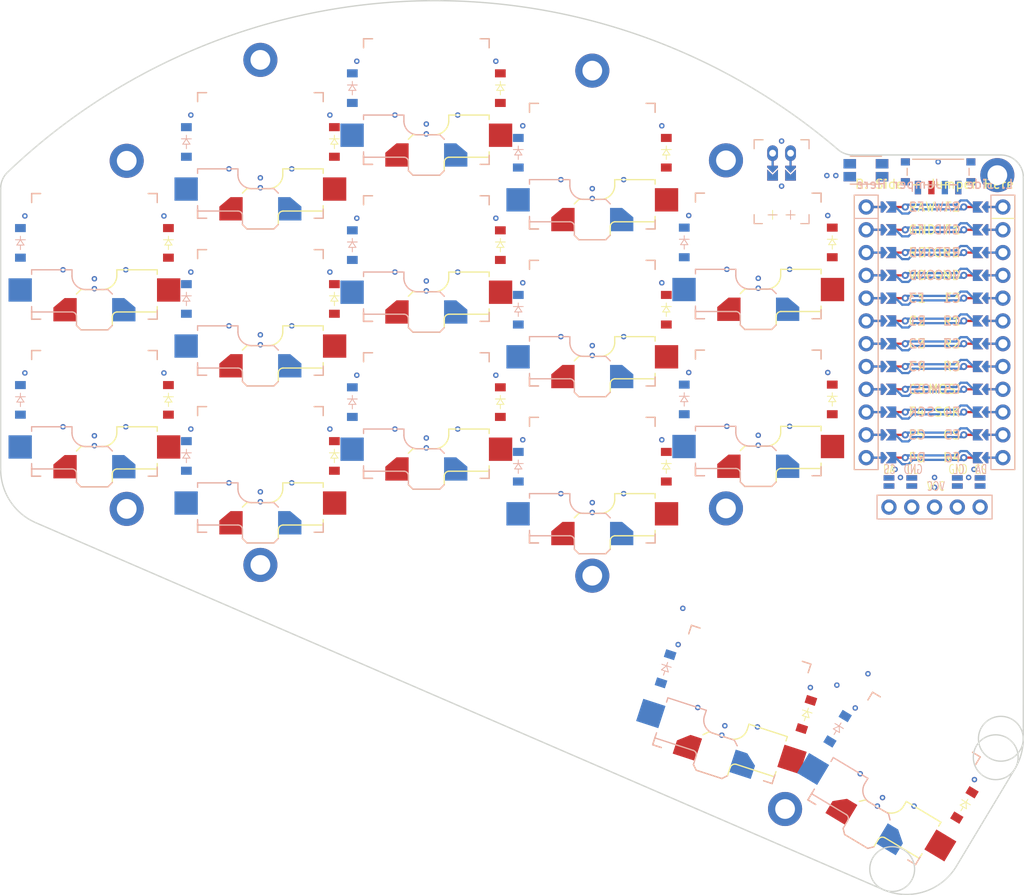
<source format=kicad_pcb>
(kicad_pcb (version 20171130) (host pcbnew 5.1.6)
  (title_block (title snak_30) (rev 0.2.1) (company JackMatanky))
  (layers (0 F.Cu signal) (31 B.Cu signal) (34 B.Paste user) (35 F.Paste user) (36 B.SilkS user) (37 F.SilkS user) (38 B.Mask user) (39 F.Mask user) (44 Edge.Cuts user))
  (net 0 "")
  (net 1 "C1")
  (net 2 "pinky_mid")
  (net 3 "pinky_top")
  (net 4 "C2")
  (net 5 "ring_bot")
  (net 6 "ring_mid")
  (net 7 "ring_top")
  (net 8 "C3")
  (net 9 "middle_bot")
  (net 10 "middle_mid")
  (net 11 "middle_top")
  (net 12 "C4")
  (net 13 "index_bot")
  (net 14 "index_mid")
  (net 15 "index_top")
  (net 16 "C5")
  (net 17 "inner_mid")
  (net 18 "inner_top")
  (net 19 "out_home")
  (net 20 "in_home")
  (net 21 "R2")
  (net 22 "R1")
  (net 23 "R3")
  (net 24 "R4")
  (net 25 "RAW")
  (net 26 "GND")
  (net 27 "RST")
  (net 28 "VCC")
  (net 29 "F4")
  (net 30 "F5")
  (net 31 "F6")
  (net 32 "F2")
  (net 33 "F1")
  (net 34 "F3")
  (net 35 "MOSI")
  (net 36 "SCK")
  (net 37 "CS")
  (net 38 "MCU1_24")
  (net 39 "MCU1_1")
  (net 40 "MCU1_23")
  (net 41 "MCU1_2")
  (net 42 "MCU1_22")
  (net 43 "MCU1_3")
  (net 44 "MCU1_21")
  (net 45 "MCU1_4")
  (net 46 "MCU1_20")
  (net 47 "MCU1_5")
  (net 48 "MCU1_19")
  (net 49 "MCU1_6")
  (net 50 "MCU1_18")
  (net 51 "MCU1_7")
  (net 52 "MCU1_17")
  (net 53 "MCU1_8")
  (net 54 "MCU1_16")
  (net 55 "MCU1_9")
  (net 56 "MCU1_15")
  (net 57 "MCU1_10")
  (net 58 "MCU1_14")
  (net 59 "MCU1_11")
  (net 60 "MCU1_13")
  (net 61 "MCU1_12")
  (net 62 "DISP1_1")
  (net 63 "DISP1_2")
  (net 64 "DISP1_4")
  (net 65 "DISP1_5")
  (net 66 "pos")
  (net 67 "JST1_1")
  (net 68 "JST1_2")
  (module PG1350 (layer F.Cu) (at 100 82.5 180)
    (fp_text reference "S1" hide)
    (pad "" np_thru_hole circle (at 0 0) (size 3.429 3.429) (drill 3.429) (layers *.Cu *.Mask))
    (pad "" np_thru_hole circle (at 5.5 0) (size 1.7018 1.7018) (drill 1.7018) (layers *.Cu *.Mask))
    (pad "" np_thru_hole circle (at -5.5 0) (size 1.7018 1.7018) (drill 1.7018) (layers *.Cu *.Mask))
    (pad "" np_thru_hole circle (at 0 -5.95) (size 3 3) (drill 3) (layers *.Cu *.Mask))
    (pad 1 smd custom (at -3.275 -5.95 180) (size 1 1) (layers B.Cu B.Paste B.Mask) (options (clearance outline) (anchor rect)) (primitives (gr_poly (pts (xy -1.3 -1.3) (xy -1.3 0.25) (xy -0.05 1.3) (xy 1.3 1.3) (xy 1.3 -1.3)) (width 0))) (net 1 "C1"))
    (pad 2 smd rect (at 8.275 -3.75 180) (size 2.6 2.6) (layers B.Cu B.Paste B.Mask) (net 2 "pinky_mid"))
    (pad "" np_thru_hole circle (at 5 -3.75 195) (size 3 3) (drill 3) (layers *.Cu *.Mask))
    (pad 1 connect custom (at 3.275 -5.95 180) (size 0.5 0.5) (layers F.Cu F.Mask) (options (clearance outline) (anchor rect)) (primitives (gr_poly (pts (xy -1.3 -1.3) (xy -1.3 1.3) (xy 0.05 1.3) (xy 1.3 0.25) (xy 1.3 -1.3)) (width 0))) (net 1 "C1"))
    (pad 2 smd rect (at -8.275 -3.75 180) (size 2.6 2.6) (layers F.Cu F.Paste F.Mask) (net 2 "pinky_mid"))
    (pad "" np_thru_hole circle (at -5 -3.75 195) (size 3 3) (drill 3) (layers *.Cu *.Mask))
  )
  (module PG1350 (layer F.Cu) (at 100 65 180)
    (fp_text reference "S2" hide)
    (pad "" np_thru_hole circle (at 0 0) (size 3.429 3.429) (drill 3.429) (layers *.Cu *.Mask))
    (pad "" np_thru_hole circle (at 5.5 0) (size 1.7018 1.7018) (drill 1.7018) (layers *.Cu *.Mask))
    (pad "" np_thru_hole circle (at -5.5 0) (size 1.7018 1.7018) (drill 1.7018) (layers *.Cu *.Mask))
    (pad "" np_thru_hole circle (at 0 -5.95) (size 3 3) (drill 3) (layers *.Cu *.Mask))
    (pad 1 smd custom (at -3.275 -5.95 180) (size 1 1) (layers B.Cu B.Paste B.Mask) (options (clearance outline) (anchor rect)) (primitives (gr_poly (pts (xy -1.3 -1.3) (xy -1.3 0.25) (xy -0.05 1.3) (xy 1.3 1.3) (xy 1.3 -1.3)) (width 0))) (net 1 "C1"))
    (pad 2 smd rect (at 8.275 -3.75 180) (size 2.6 2.6) (layers B.Cu B.Paste B.Mask) (net 3 "pinky_top"))
    (pad "" np_thru_hole circle (at 5 -3.75 195) (size 3 3) (drill 3) (layers *.Cu *.Mask))
    (pad 1 connect custom (at 3.275 -5.95 180) (size 0.5 0.5) (layers F.Cu F.Mask) (options (clearance outline) (anchor rect)) (primitives (gr_poly (pts (xy -1.3 -1.3) (xy -1.3 1.3) (xy 0.05 1.3) (xy 1.3 0.25) (xy 1.3 -1.3)) (width 0))) (net 1 "C1"))
    (pad 2 smd rect (at -8.275 -3.75 180) (size 2.6 2.6) (layers F.Cu F.Paste F.Mask) (net 3 "pinky_top"))
    (pad "" np_thru_hole circle (at -5 -3.75 195) (size 3 3) (drill 3) (layers *.Cu *.Mask))
  )
  (module PG1350 (layer F.Cu) (at 118.5 88.75 180)
    (fp_text reference "S3" hide)
    (pad "" np_thru_hole circle (at 0 0) (size 3.429 3.429) (drill 3.429) (layers *.Cu *.Mask))
    (pad "" np_thru_hole circle (at 5.5 0) (size 1.7018 1.7018) (drill 1.7018) (layers *.Cu *.Mask))
    (pad "" np_thru_hole circle (at -5.5 0) (size 1.7018 1.7018) (drill 1.7018) (layers *.Cu *.Mask))
    (pad "" np_thru_hole circle (at 0 -5.95) (size 3 3) (drill 3) (layers *.Cu *.Mask))
    (pad 1 smd custom (at -3.275 -5.95 180) (size 1 1) (layers B.Cu B.Paste B.Mask) (options (clearance outline) (anchor rect)) (primitives (gr_poly (pts (xy -1.3 -1.3) (xy -1.3 0.25) (xy -0.05 1.3) (xy 1.3 1.3) (xy 1.3 -1.3)) (width 0))) (net 4 "C2"))
    (pad 2 smd rect (at 8.275 -3.75 180) (size 2.6 2.6) (layers B.Cu B.Paste B.Mask) (net 5 "ring_bot"))
    (pad "" np_thru_hole circle (at 5 -3.75 195) (size 3 3) (drill 3) (layers *.Cu *.Mask))
    (pad 1 connect custom (at 3.275 -5.95 180) (size 0.5 0.5) (layers F.Cu F.Mask) (options (clearance outline) (anchor rect)) (primitives (gr_poly (pts (xy -1.3 -1.3) (xy -1.3 1.3) (xy 0.05 1.3) (xy 1.3 0.25) (xy 1.3 -1.3)) (width 0))) (net 4 "C2"))
    (pad 2 smd rect (at -8.275 -3.75 180) (size 2.6 2.6) (layers F.Cu F.Paste F.Mask) (net 5 "ring_bot"))
    (pad "" np_thru_hole circle (at -5 -3.75 195) (size 3 3) (drill 3) (layers *.Cu *.Mask))
  )
  (module PG1350 (layer F.Cu) (at 118.5 71.25 180)
    (fp_text reference "S4" hide)
    (pad "" np_thru_hole circle (at 0 0) (size 3.429 3.429) (drill 3.429) (layers *.Cu *.Mask))
    (pad "" np_thru_hole circle (at 5.5 0) (size 1.7018 1.7018) (drill 1.7018) (layers *.Cu *.Mask))
    (pad "" np_thru_hole circle (at -5.5 0) (size 1.7018 1.7018) (drill 1.7018) (layers *.Cu *.Mask))
    (pad "" np_thru_hole circle (at 0 -5.95) (size 3 3) (drill 3) (layers *.Cu *.Mask))
    (pad 1 smd custom (at -3.275 -5.95 180) (size 1 1) (layers B.Cu B.Paste B.Mask) (options (clearance outline) (anchor rect)) (primitives (gr_poly (pts (xy -1.3 -1.3) (xy -1.3 0.25) (xy -0.05 1.3) (xy 1.3 1.3) (xy 1.3 -1.3)) (width 0))) (net 4 "C2"))
    (pad 2 smd rect (at 8.275 -3.75 180) (size 2.6 2.6) (layers B.Cu B.Paste B.Mask) (net 6 "ring_mid"))
    (pad "" np_thru_hole circle (at 5 -3.75 195) (size 3 3) (drill 3) (layers *.Cu *.Mask))
    (pad 1 connect custom (at 3.275 -5.95 180) (size 0.5 0.5) (layers F.Cu F.Mask) (options (clearance outline) (anchor rect)) (primitives (gr_poly (pts (xy -1.3 -1.3) (xy -1.3 1.3) (xy 0.05 1.3) (xy 1.3 0.25) (xy 1.3 -1.3)) (width 0))) (net 4 "C2"))
    (pad 2 smd rect (at -8.275 -3.75 180) (size 2.6 2.6) (layers F.Cu F.Paste F.Mask) (net 6 "ring_mid"))
    (pad "" np_thru_hole circle (at -5 -3.75 195) (size 3 3) (drill 3) (layers *.Cu *.Mask))
  )
  (module PG1350 (layer F.Cu) (at 118.5 53.75 180)
    (fp_text reference "S5" hide)
    (pad "" np_thru_hole circle (at 0 0) (size 3.429 3.429) (drill 3.429) (layers *.Cu *.Mask))
    (pad "" np_thru_hole circle (at 5.5 0) (size 1.7018 1.7018) (drill 1.7018) (layers *.Cu *.Mask))
    (pad "" np_thru_hole circle (at -5.5 0) (size 1.7018 1.7018) (drill 1.7018) (layers *.Cu *.Mask))
    (pad "" np_thru_hole circle (at 0 -5.95) (size 3 3) (drill 3) (layers *.Cu *.Mask))
    (pad 1 smd custom (at -3.275 -5.95 180) (size 1 1) (layers B.Cu B.Paste B.Mask) (options (clearance outline) (anchor rect)) (primitives (gr_poly (pts (xy -1.3 -1.3) (xy -1.3 0.25) (xy -0.05 1.3) (xy 1.3 1.3) (xy 1.3 -1.3)) (width 0))) (net 4 "C2"))
    (pad 2 smd rect (at 8.275 -3.75 180) (size 2.6 2.6) (layers B.Cu B.Paste B.Mask) (net 7 "ring_top"))
    (pad "" np_thru_hole circle (at 5 -3.75 195) (size 3 3) (drill 3) (layers *.Cu *.Mask))
    (pad 1 connect custom (at 3.275 -5.95 180) (size 0.5 0.5) (layers F.Cu F.Mask) (options (clearance outline) (anchor rect)) (primitives (gr_poly (pts (xy -1.3 -1.3) (xy -1.3 1.3) (xy 0.05 1.3) (xy 1.3 0.25) (xy 1.3 -1.3)) (width 0))) (net 4 "C2"))
    (pad 2 smd rect (at -8.275 -3.75 180) (size 2.6 2.6) (layers F.Cu F.Paste F.Mask) (net 7 "ring_top"))
    (pad "" np_thru_hole circle (at -5 -3.75 195) (size 3 3) (drill 3) (layers *.Cu *.Mask))
  )
  (module PG1350 (layer F.Cu) (at 137 82.75 180)
    (fp_text reference "S6" hide)
    (pad "" np_thru_hole circle (at 0 0) (size 3.429 3.429) (drill 3.429) (layers *.Cu *.Mask))
    (pad "" np_thru_hole circle (at 5.5 0) (size 1.7018 1.7018) (drill 1.7018) (layers *.Cu *.Mask))
    (pad "" np_thru_hole circle (at -5.5 0) (size 1.7018 1.7018) (drill 1.7018) (layers *.Cu *.Mask))
    (pad "" np_thru_hole circle (at 0 -5.95) (size 3 3) (drill 3) (layers *.Cu *.Mask))
    (pad 1 smd custom (at -3.275 -5.95 180) (size 1 1) (layers B.Cu B.Paste B.Mask) (options (clearance outline) (anchor rect)) (primitives (gr_poly (pts (xy -1.3 -1.3) (xy -1.3 0.25) (xy -0.05 1.3) (xy 1.3 1.3) (xy 1.3 -1.3)) (width 0))) (net 8 "C3"))
    (pad 2 smd rect (at 8.275 -3.75 180) (size 2.6 2.6) (layers B.Cu B.Paste B.Mask) (net 9 "middle_bot"))
    (pad "" np_thru_hole circle (at 5 -3.75 195) (size 3 3) (drill 3) (layers *.Cu *.Mask))
    (pad 1 connect custom (at 3.275 -5.95 180) (size 0.5 0.5) (layers F.Cu F.Mask) (options (clearance outline) (anchor rect)) (primitives (gr_poly (pts (xy -1.3 -1.3) (xy -1.3 1.3) (xy 0.05 1.3) (xy 1.3 0.25) (xy 1.3 -1.3)) (width 0))) (net 8 "C3"))
    (pad 2 smd rect (at -8.275 -3.75 180) (size 2.6 2.6) (layers F.Cu F.Paste F.Mask) (net 9 "middle_bot"))
    (pad "" np_thru_hole circle (at -5 -3.75 195) (size 3 3) (drill 3) (layers *.Cu *.Mask))
  )
  (module PG1350 (layer F.Cu) (at 137 65.25 180)
    (fp_text reference "S7" hide)
    (pad "" np_thru_hole circle (at 0 0) (size 3.429 3.429) (drill 3.429) (layers *.Cu *.Mask))
    (pad "" np_thru_hole circle (at 5.5 0) (size 1.7018 1.7018) (drill 1.7018) (layers *.Cu *.Mask))
    (pad "" np_thru_hole circle (at -5.5 0) (size 1.7018 1.7018) (drill 1.7018) (layers *.Cu *.Mask))
    (pad "" np_thru_hole circle (at 0 -5.95) (size 3 3) (drill 3) (layers *.Cu *.Mask))
    (pad 1 smd custom (at -3.275 -5.95 180) (size 1 1) (layers B.Cu B.Paste B.Mask) (options (clearance outline) (anchor rect)) (primitives (gr_poly (pts (xy -1.3 -1.3) (xy -1.3 0.25) (xy -0.05 1.3) (xy 1.3 1.3) (xy 1.3 -1.3)) (width 0))) (net 8 "C3"))
    (pad 2 smd rect (at 8.275 -3.75 180) (size 2.6 2.6) (layers B.Cu B.Paste B.Mask) (net 10 "middle_mid"))
    (pad "" np_thru_hole circle (at 5 -3.75 195) (size 3 3) (drill 3) (layers *.Cu *.Mask))
    (pad 1 connect custom (at 3.275 -5.95 180) (size 0.5 0.5) (layers F.Cu F.Mask) (options (clearance outline) (anchor rect)) (primitives (gr_poly (pts (xy -1.3 -1.3) (xy -1.3 1.3) (xy 0.05 1.3) (xy 1.3 0.25) (xy 1.3 -1.3)) (width 0))) (net 8 "C3"))
    (pad 2 smd rect (at -8.275 -3.75 180) (size 2.6 2.6) (layers F.Cu F.Paste F.Mask) (net 10 "middle_mid"))
    (pad "" np_thru_hole circle (at -5 -3.75 195) (size 3 3) (drill 3) (layers *.Cu *.Mask))
  )
  (module PG1350 (layer F.Cu) (at 137 47.75 180)
    (fp_text reference "S8" hide)
    (pad "" np_thru_hole circle (at 0 0) (size 3.429 3.429) (drill 3.429) (layers *.Cu *.Mask))
    (pad "" np_thru_hole circle (at 5.5 0) (size 1.7018 1.7018) (drill 1.7018) (layers *.Cu *.Mask))
    (pad "" np_thru_hole circle (at -5.5 0) (size 1.7018 1.7018) (drill 1.7018) (layers *.Cu *.Mask))
    (pad "" np_thru_hole circle (at 0 -5.95) (size 3 3) (drill 3) (layers *.Cu *.Mask))
    (pad 1 smd custom (at -3.275 -5.95 180) (size 1 1) (layers B.Cu B.Paste B.Mask) (options (clearance outline) (anchor rect)) (primitives (gr_poly (pts (xy -1.3 -1.3) (xy -1.3 0.25) (xy -0.05 1.3) (xy 1.3 1.3) (xy 1.3 -1.3)) (width 0))) (net 8 "C3"))
    (pad 2 smd rect (at 8.275 -3.75 180) (size 2.6 2.6) (layers B.Cu B.Paste B.Mask) (net 11 "middle_top"))
    (pad "" np_thru_hole circle (at 5 -3.75 195) (size 3 3) (drill 3) (layers *.Cu *.Mask))
    (pad 1 connect custom (at 3.275 -5.95 180) (size 0.5 0.5) (layers F.Cu F.Mask) (options (clearance outline) (anchor rect)) (primitives (gr_poly (pts (xy -1.3 -1.3) (xy -1.3 1.3) (xy 0.05 1.3) (xy 1.3 0.25) (xy 1.3 -1.3)) (width 0))) (net 8 "C3"))
    (pad 2 smd rect (at -8.275 -3.75 180) (size 2.6 2.6) (layers F.Cu F.Paste F.Mask) (net 11 "middle_top"))
    (pad "" np_thru_hole circle (at -5 -3.75 195) (size 3 3) (drill 3) (layers *.Cu *.Mask))
  )
  (module PG1350 (layer F.Cu) (at 155.5 89.95 180)
    (fp_text reference "S9" hide)
    (pad "" np_thru_hole circle (at 0 0) (size 3.429 3.429) (drill 3.429) (layers *.Cu *.Mask))
    (pad "" np_thru_hole circle (at 5.5 0) (size 1.7018 1.7018) (drill 1.7018) (layers *.Cu *.Mask))
    (pad "" np_thru_hole circle (at -5.5 0) (size 1.7018 1.7018) (drill 1.7018) (layers *.Cu *.Mask))
    (pad "" np_thru_hole circle (at 0 -5.95) (size 3 3) (drill 3) (layers *.Cu *.Mask))
    (pad 1 smd custom (at -3.275 -5.95 180) (size 1 1) (layers B.Cu B.Paste B.Mask) (options (clearance outline) (anchor rect)) (primitives (gr_poly (pts (xy -1.3 -1.3) (xy -1.3 0.25) (xy -0.05 1.3) (xy 1.3 1.3) (xy 1.3 -1.3)) (width 0))) (net 12 "C4"))
    (pad 2 smd rect (at 8.275 -3.75 180) (size 2.6 2.6) (layers B.Cu B.Paste B.Mask) (net 13 "index_bot"))
    (pad "" np_thru_hole circle (at 5 -3.75 195) (size 3 3) (drill 3) (layers *.Cu *.Mask))
    (pad 1 connect custom (at 3.275 -5.95 180) (size 0.5 0.5) (layers F.Cu F.Mask) (options (clearance outline) (anchor rect)) (primitives (gr_poly (pts (xy -1.3 -1.3) (xy -1.3 1.3) (xy 0.05 1.3) (xy 1.3 0.25) (xy 1.3 -1.3)) (width 0))) (net 12 "C4"))
    (pad 2 smd rect (at -8.275 -3.75 180) (size 2.6 2.6) (layers F.Cu F.Paste F.Mask) (net 13 "index_bot"))
    (pad "" np_thru_hole circle (at -5 -3.75 195) (size 3 3) (drill 3) (layers *.Cu *.Mask))
  )
  (module PG1350 (layer F.Cu) (at 155.5 72.45 180)
    (fp_text reference "S10" hide)
    (pad "" np_thru_hole circle (at 0 0) (size 3.429 3.429) (drill 3.429) (layers *.Cu *.Mask))
    (pad "" np_thru_hole circle (at 5.5 0) (size 1.7018 1.7018) (drill 1.7018) (layers *.Cu *.Mask))
    (pad "" np_thru_hole circle (at -5.5 0) (size 1.7018 1.7018) (drill 1.7018) (layers *.Cu *.Mask))
    (pad "" np_thru_hole circle (at 0 -5.95) (size 3 3) (drill 3) (layers *.Cu *.Mask))
    (pad 1 smd custom (at -3.275 -5.95 180) (size 1 1) (layers B.Cu B.Paste B.Mask) (options (clearance outline) (anchor rect)) (primitives (gr_poly (pts (xy -1.3 -1.3) (xy -1.3 0.25) (xy -0.05 1.3) (xy 1.3 1.3) (xy 1.3 -1.3)) (width 0))) (net 12 "C4"))
    (pad 2 smd rect (at 8.275 -3.75 180) (size 2.6 2.6) (layers B.Cu B.Paste B.Mask) (net 14 "index_mid"))
    (pad "" np_thru_hole circle (at 5 -3.75 195) (size 3 3) (drill 3) (layers *.Cu *.Mask))
    (pad 1 connect custom (at 3.275 -5.95 180) (size 0.5 0.5) (layers F.Cu F.Mask) (options (clearance outline) (anchor rect)) (primitives (gr_poly (pts (xy -1.3 -1.3) (xy -1.3 1.3) (xy 0.05 1.3) (xy 1.3 0.25) (xy 1.3 -1.3)) (width 0))) (net 12 "C4"))
    (pad 2 smd rect (at -8.275 -3.75 180) (size 2.6 2.6) (layers F.Cu F.Paste F.Mask) (net 14 "index_mid"))
    (pad "" np_thru_hole circle (at -5 -3.75 195) (size 3 3) (drill 3) (layers *.Cu *.Mask))
  )
  (module PG1350 (layer F.Cu) (at 155.5 54.95 180)
    (fp_text reference "S11" hide)
    (pad "" np_thru_hole circle (at 0 0) (size 3.429 3.429) (drill 3.429) (layers *.Cu *.Mask))
    (pad "" np_thru_hole circle (at 5.5 0) (size 1.7018 1.7018) (drill 1.7018) (layers *.Cu *.Mask))
    (pad "" np_thru_hole circle (at -5.5 0) (size 1.7018 1.7018) (drill 1.7018) (layers *.Cu *.Mask))
    (pad "" np_thru_hole circle (at 0 -5.95) (size 3 3) (drill 3) (layers *.Cu *.Mask))
    (pad 1 smd custom (at -3.275 -5.95 180) (size 1 1) (layers B.Cu B.Paste B.Mask) (options (clearance outline) (anchor rect)) (primitives (gr_poly (pts (xy -1.3 -1.3) (xy -1.3 0.25) (xy -0.05 1.3) (xy 1.3 1.3) (xy 1.3 -1.3)) (width 0))) (net 12 "C4"))
    (pad 2 smd rect (at 8.275 -3.75 180) (size 2.6 2.6) (layers B.Cu B.Paste B.Mask) (net 15 "index_top"))
    (pad "" np_thru_hole circle (at 5 -3.75 195) (size 3 3) (drill 3) (layers *.Cu *.Mask))
    (pad 1 connect custom (at 3.275 -5.95 180) (size 0.5 0.5) (layers F.Cu F.Mask) (options (clearance outline) (anchor rect)) (primitives (gr_poly (pts (xy -1.3 -1.3) (xy -1.3 1.3) (xy 0.05 1.3) (xy 1.3 0.25) (xy 1.3 -1.3)) (width 0))) (net 12 "C4"))
    (pad 2 smd rect (at -8.275 -3.75 180) (size 2.6 2.6) (layers F.Cu F.Paste F.Mask) (net 15 "index_top"))
    (pad "" np_thru_hole circle (at -5 -3.75 195) (size 3 3) (drill 3) (layers *.Cu *.Mask))
  )
  (module PG1350 (layer F.Cu) (at 174 82.45 180)
    (fp_text reference "S12" hide)
    (pad "" np_thru_hole circle (at 0 0) (size 3.429 3.429) (drill 3.429) (layers *.Cu *.Mask))
    (pad "" np_thru_hole circle (at 5.5 0) (size 1.7018 1.7018) (drill 1.7018) (layers *.Cu *.Mask))
    (pad "" np_thru_hole circle (at -5.5 0) (size 1.7018 1.7018) (drill 1.7018) (layers *.Cu *.Mask))
    (pad "" np_thru_hole circle (at 0 -5.95) (size 3 3) (drill 3) (layers *.Cu *.Mask))
    (pad 1 smd custom (at -3.275 -5.95 180) (size 1 1) (layers B.Cu B.Paste B.Mask) (options (clearance outline) (anchor rect)) (primitives (gr_poly (pts (xy -1.3 -1.3) (xy -1.3 0.25) (xy -0.05 1.3) (xy 1.3 1.3) (xy 1.3 -1.3)) (width 0))) (net 16 "C5"))
    (pad 2 smd rect (at 8.275 -3.75 180) (size 2.6 2.6) (layers B.Cu B.Paste B.Mask) (net 17 "inner_mid"))
    (pad "" np_thru_hole circle (at 5 -3.75 195) (size 3 3) (drill 3) (layers *.Cu *.Mask))
    (pad 1 connect custom (at 3.275 -5.95 180) (size 0.5 0.5) (layers F.Cu F.Mask) (options (clearance outline) (anchor rect)) (primitives (gr_poly (pts (xy -1.3 -1.3) (xy -1.3 1.3) (xy 0.05 1.3) (xy 1.3 0.25) (xy 1.3 -1.3)) (width 0))) (net 16 "C5"))
    (pad 2 smd rect (at -8.275 -3.75 180) (size 2.6 2.6) (layers F.Cu F.Paste F.Mask) (net 17 "inner_mid"))
    (pad "" np_thru_hole circle (at -5 -3.75 195) (size 3 3) (drill 3) (layers *.Cu *.Mask))
  )
  (module PG1350 (layer F.Cu) (at 174 64.95 180)
    (fp_text reference "S13" hide)
    (pad "" np_thru_hole circle (at 0 0) (size 3.429 3.429) (drill 3.429) (layers *.Cu *.Mask))
    (pad "" np_thru_hole circle (at 5.5 0) (size 1.7018 1.7018) (drill 1.7018) (layers *.Cu *.Mask))
    (pad "" np_thru_hole circle (at -5.5 0) (size 1.7018 1.7018) (drill 1.7018) (layers *.Cu *.Mask))
    (pad "" np_thru_hole circle (at 0 -5.95) (size 3 3) (drill 3) (layers *.Cu *.Mask))
    (pad 1 smd custom (at -3.275 -5.95 180) (size 1 1) (layers B.Cu B.Paste B.Mask) (options (clearance outline) (anchor rect)) (primitives (gr_poly (pts (xy -1.3 -1.3) (xy -1.3 0.25) (xy -0.05 1.3) (xy 1.3 1.3) (xy 1.3 -1.3)) (width 0))) (net 16 "C5"))
    (pad 2 smd rect (at 8.275 -3.75 180) (size 2.6 2.6) (layers B.Cu B.Paste B.Mask) (net 18 "inner_top"))
    (pad "" np_thru_hole circle (at 5 -3.75 195) (size 3 3) (drill 3) (layers *.Cu *.Mask))
    (pad 1 connect custom (at 3.275 -5.95 180) (size 0.5 0.5) (layers F.Cu F.Mask) (options (clearance outline) (anchor rect)) (primitives (gr_poly (pts (xy -1.3 -1.3) (xy -1.3 1.3) (xy 0.05 1.3) (xy 1.3 0.25) (xy 1.3 -1.3)) (width 0))) (net 16 "C5"))
    (pad 2 smd rect (at -8.275 -3.75 180) (size 2.6 2.6) (layers F.Cu F.Paste F.Mask) (net 18 "inner_top"))
    (pad "" np_thru_hole circle (at -5 -3.75 195) (size 3 3) (drill 3) (layers *.Cu *.Mask))
  )
  (module PG1350 (layer F.Cu) (at 171.05 114.95 162)
    (fp_text reference "S14" hide)
    (pad "" np_thru_hole circle (at 0 0) (size 3.429 3.429) (drill 3.429) (layers *.Cu *.Mask))
    (pad "" np_thru_hole circle (at 5.5 0) (size 1.7018 1.7018) (drill 1.7018) (layers *.Cu *.Mask))
    (pad "" np_thru_hole circle (at -5.5 0) (size 1.7018 1.7018) (drill 1.7018) (layers *.Cu *.Mask))
    (pad "" np_thru_hole circle (at 0 -5.95) (size 3 3) (drill 3) (layers *.Cu *.Mask))
    (pad 1 smd custom (at -3.275 -5.95 162) (size 1 1) (layers B.Cu B.Paste B.Mask) (options (clearance outline) (anchor rect)) (primitives (gr_poly (pts (xy -1.3 -1.3) (xy -1.3 0.25) (xy -0.05 1.3) (xy 1.3 1.3) (xy 1.3 -1.3)) (width 0))) (net 12 "C4"))
    (pad 2 smd rect (at 8.275 -3.75 162) (size 2.6 2.6) (layers B.Cu B.Paste B.Mask) (net 19 "out_home"))
    (pad "" np_thru_hole circle (at 5 -3.75 195) (size 3 3) (drill 3) (layers *.Cu *.Mask))
    (pad 1 connect custom (at 3.275 -5.95 162) (size 0.5 0.5) (layers F.Cu F.Mask) (options (clearance outline) (anchor rect)) (primitives (gr_poly (pts (xy -1.3 -1.3) (xy -1.3 1.3) (xy 0.05 1.3) (xy 1.3 0.25) (xy 1.3 -1.3)) (width 0))) (net 12 "C4"))
    (pad 2 smd rect (at -8.275 -3.75 162) (size 2.6 2.6) (layers F.Cu F.Paste F.Mask) (net 19 "out_home"))
    (pad "" np_thru_hole circle (at -5 -3.75 195) (size 3 3) (drill 3) (layers *.Cu *.Mask))
  )
  (module PG1350 (layer F.Cu) (at 189.138078 123.1929628 149)
    (fp_text reference "S15" hide)
    (pad "" np_thru_hole circle (at 0 0) (size 3.429 3.429) (drill 3.429) (layers *.Cu *.Mask))
    (pad "" np_thru_hole circle (at 5.5 0) (size 1.7018 1.7018) (drill 1.7018) (layers *.Cu *.Mask))
    (pad "" np_thru_hole circle (at -5.5 0) (size 1.7018 1.7018) (drill 1.7018) (layers *.Cu *.Mask))
    (pad "" np_thru_hole circle (at 0 -5.95) (size 3 3) (drill 3) (layers *.Cu *.Mask))
    (pad 1 smd custom (at -3.275 -5.95 149) (size 1 1) (layers B.Cu B.Paste B.Mask) (options (clearance outline) (anchor rect)) (primitives (gr_poly (pts (xy -1.3 -1.3) (xy -1.3 0.25) (xy -0.05 1.3) (xy 1.3 1.3) (xy 1.3 -1.3)) (width 0))) (net 16 "C5"))
    (pad 2 smd rect (at 8.275 -3.75 149) (size 2.6 2.6) (layers B.Cu B.Paste B.Mask) (net 20 "in_home"))
    (pad "" np_thru_hole circle (at 5 -3.75 195) (size 3 3) (drill 3) (layers *.Cu *.Mask))
    (pad 1 connect custom (at 3.275 -5.95 149) (size 0.5 0.5) (layers F.Cu F.Mask) (options (clearance outline) (anchor rect)) (primitives (gr_poly (pts (xy -1.3 -1.3) (xy -1.3 1.3) (xy 0.05 1.3) (xy 1.3 0.25) (xy 1.3 -1.3)) (width 0))) (net 16 "C5"))
    (pad 2 smd rect (at -8.275 -3.75 149) (size 2.6 2.6) (layers F.Cu F.Paste F.Mask) (net 20 "in_home"))
    (pad "" np_thru_hole circle (at -5 -3.75 195) (size 3 3) (drill 3) (layers *.Cu *.Mask))
  )
  (module "ceoloide:diode_tht_sod123" (layer F.Cu) (at 108.25 81 270)
    (fp_text reference "D1" hide)
    (pad 1 smd rect (at -1.65 0 270) (size 0.9 1.2) (layers F.Cu F.Paste F.Mask) (net 21 "R2"))
    (pad 2 smd rect (at 1.65 0 270) (size 0.9 1.2) (layers F.Cu F.Paste F.Mask) (net 2 "pinky_mid"))
  )
  (module "ceoloide:diode_tht_sod123" (layer F.Cu) (at 108.25 63.5 270)
    (fp_text reference "D2" hide)
    (pad 1 smd rect (at -1.65 0 270) (size 0.9 1.2) (layers F.Cu F.Paste F.Mask) (net 22 "R1"))
    (pad 2 smd rect (at 1.65 0 270) (size 0.9 1.2) (layers F.Cu F.Paste F.Mask) (net 3 "pinky_top"))
  )
  (module "ceoloide:diode_tht_sod123" (layer F.Cu) (at 126.75 87.25 270)
    (fp_text reference "D3" hide)
    (pad 1 smd rect (at -1.65 0 270) (size 0.9 1.2) (layers F.Cu F.Paste F.Mask) (net 23 "R3"))
    (pad 2 smd rect (at 1.65 0 270) (size 0.9 1.2) (layers F.Cu F.Paste F.Mask) (net 5 "ring_bot"))
  )
  (module "ceoloide:diode_tht_sod123" (layer F.Cu) (at 126.75 69.75 270)
    (fp_text reference "D4" hide)
    (pad 1 smd rect (at -1.65 0 270) (size 0.9 1.2) (layers F.Cu F.Paste F.Mask) (net 21 "R2"))
    (pad 2 smd rect (at 1.65 0 270) (size 0.9 1.2) (layers F.Cu F.Paste F.Mask) (net 6 "ring_mid"))
  )
  (module "ceoloide:diode_tht_sod123" (layer F.Cu) (at 126.75 52.25 270)
    (fp_text reference "D5" hide)
    (pad 1 smd rect (at -1.65 0 270) (size 0.9 1.2) (layers F.Cu F.Paste F.Mask) (net 22 "R1"))
    (pad 2 smd rect (at 1.65 0 270) (size 0.9 1.2) (layers F.Cu F.Paste F.Mask) (net 7 "ring_top"))
  )
  (module "ceoloide:diode_tht_sod123" (layer F.Cu) (at 145.25 81.25 270)
    (fp_text reference "D6" hide)
    (pad 1 smd rect (at -1.65 0 270) (size 0.9 1.2) (layers F.Cu F.Paste F.Mask) (net 23 "R3"))
    (pad 2 smd rect (at 1.65 0 270) (size 0.9 1.2) (layers F.Cu F.Paste F.Mask) (net 9 "middle_bot"))
  )
  (module "ceoloide:diode_tht_sod123" (layer F.Cu) (at 145.25 63.75 270)
    (fp_text reference "D7" hide)
    (pad 1 smd rect (at -1.65 0 270) (size 0.9 1.2) (layers F.Cu F.Paste F.Mask) (net 21 "R2"))
    (pad 2 smd rect (at 1.65 0 270) (size 0.9 1.2) (layers F.Cu F.Paste F.Mask) (net 10 "middle_mid"))
  )
  (module "ceoloide:diode_tht_sod123" (layer F.Cu) (at 145.25 46.25 270)
    (fp_text reference "D8" hide)
    (pad 1 smd rect (at -1.65 0 270) (size 0.9 1.2) (layers F.Cu F.Paste F.Mask) (net 22 "R1"))
    (pad 2 smd rect (at 1.65 0 270) (size 0.9 1.2) (layers F.Cu F.Paste F.Mask) (net 11 "middle_top"))
  )
  (module "ceoloide:diode_tht_sod123" (layer F.Cu) (at 163.75 88.45 270)
    (fp_text reference "D9" hide)
    (pad 1 smd rect (at -1.65 0 270) (size 0.9 1.2) (layers F.Cu F.Paste F.Mask) (net 23 "R3"))
    (pad 2 smd rect (at 1.65 0 270) (size 0.9 1.2) (layers F.Cu F.Paste F.Mask) (net 13 "index_bot"))
  )
  (module "ceoloide:diode_tht_sod123" (layer F.Cu) (at 163.75 70.95 270)
    (fp_text reference "D10" hide)
    (pad 1 smd rect (at -1.65 0 270) (size 0.9 1.2) (layers F.Cu F.Paste F.Mask) (net 21 "R2"))
    (pad 2 smd rect (at 1.65 0 270) (size 0.9 1.2) (layers F.Cu F.Paste F.Mask) (net 14 "index_mid"))
  )
  (module "ceoloide:diode_tht_sod123" (layer F.Cu) (at 163.75 53.45 270)
    (fp_text reference "D11" hide)
    (pad 1 smd rect (at -1.65 0 270) (size 0.9 1.2) (layers F.Cu F.Paste F.Mask) (net 22 "R1"))
    (pad 2 smd rect (at 1.65 0 270) (size 0.9 1.2) (layers F.Cu F.Paste F.Mask) (net 15 "index_top"))
  )
  (module "ceoloide:diode_tht_sod123" (layer F.Cu) (at 182.25 80.95 270)
    (fp_text reference "D12" hide)
    (pad 1 smd rect (at -1.65 0 270) (size 0.9 1.2) (layers F.Cu F.Paste F.Mask) (net 21 "R2"))
    (pad 2 smd rect (at 1.65 0 270) (size 0.9 1.2) (layers F.Cu F.Paste F.Mask) (net 17 "inner_mid"))
  )
  (module "ceoloide:diode_tht_sod123" (layer F.Cu) (at 182.25 63.45 270)
    (fp_text reference "D13" hide)
    (pad 1 smd rect (at -1.65 0 270) (size 0.9 1.2) (layers F.Cu F.Paste F.Mask) (net 22 "R1"))
    (pad 2 smd rect (at 1.65 0 270) (size 0.9 1.2) (layers F.Cu F.Paste F.Mask) (net 18 "inner_top"))
  )
  (module "ceoloide:diode_tht_sod123" (layer F.Cu) (at 179.35974180000002 116.07280540000001 252)
    (fp_text reference "D14" hide)
    (pad 1 smd rect (at -1.65 0 252) (size 0.9 1.2) (layers F.Cu F.Paste F.Mask) (net 24 "R4"))
    (pad 2 smd rect (at 1.65 0 252) (size 0.9 1.2) (layers F.Cu F.Paste F.Mask) (net 19 "out_home"))
  )
  (module "ceoloide:diode_tht_sod123" (layer F.Cu) (at 196.9822653 126.156276 239)
    (fp_text reference "D15" hide)
    (pad 1 smd rect (at -1.65 0 239) (size 0.9 1.2) (layers F.Cu F.Paste F.Mask) (net 24 "R4"))
    (pad 2 smd rect (at 1.65 0 239) (size 0.9 1.2) (layers F.Cu F.Paste F.Mask) (net 20 "in_home"))
  )
  (module "ceoloide:diode_tht_sod123" (layer B.Cu) (at 91.75 81 270)
    (fp_text reference "D16" hide)
    (pad 2 smd rect (at 1.65 0 270) (size 0.9 1.2) (layers B.Cu B.Paste B.Mask) (net 2 "pinky_mid"))
    (pad 1 smd rect (at -1.65 0 270) (size 0.9 1.2) (layers B.Cu B.Paste B.Mask) (net 21 "R2"))
  )
  (module "ceoloide:diode_tht_sod123" (layer B.Cu) (at 91.75 63.5 270)
    (fp_text reference "D17" hide)
    (pad 2 smd rect (at 1.65 0 270) (size 0.9 1.2) (layers B.Cu B.Paste B.Mask) (net 3 "pinky_top"))
    (pad 1 smd rect (at -1.65 0 270) (size 0.9 1.2) (layers B.Cu B.Paste B.Mask) (net 22 "R1"))
  )
  (module "ceoloide:diode_tht_sod123" (layer B.Cu) (at 110.25 87.25 270)
    (fp_text reference "D18" hide)
    (pad 2 smd rect (at 1.65 0 270) (size 0.9 1.2) (layers B.Cu B.Paste B.Mask) (net 5 "ring_bot"))
    (pad 1 smd rect (at -1.65 0 270) (size 0.9 1.2) (layers B.Cu B.Paste B.Mask) (net 23 "R3"))
  )
  (module "ceoloide:diode_tht_sod123" (layer B.Cu) (at 110.25 69.75 270)
    (fp_text reference "D19" hide)
    (pad 2 smd rect (at 1.65 0 270) (size 0.9 1.2) (layers B.Cu B.Paste B.Mask) (net 6 "ring_mid"))
    (pad 1 smd rect (at -1.65 0 270) (size 0.9 1.2) (layers B.Cu B.Paste B.Mask) (net 21 "R2"))
  )
  (module "ceoloide:diode_tht_sod123" (layer B.Cu) (at 110.25 52.25 270)
    (fp_text reference "D20" hide)
    (pad 2 smd rect (at 1.65 0 270) (size 0.9 1.2) (layers B.Cu B.Paste B.Mask) (net 7 "ring_top"))
    (pad 1 smd rect (at -1.65 0 270) (size 0.9 1.2) (layers B.Cu B.Paste B.Mask) (net 22 "R1"))
  )
  (module "ceoloide:diode_tht_sod123" (layer B.Cu) (at 128.75 81.25 270)
    (fp_text reference "D21" hide)
    (pad 2 smd rect (at 1.65 0 270) (size 0.9 1.2) (layers B.Cu B.Paste B.Mask) (net 9 "middle_bot"))
    (pad 1 smd rect (at -1.65 0 270) (size 0.9 1.2) (layers B.Cu B.Paste B.Mask) (net 23 "R3"))
  )
  (module "ceoloide:diode_tht_sod123" (layer B.Cu) (at 128.75 63.75 270)
    (fp_text reference "D22" hide)
    (pad 2 smd rect (at 1.65 0 270) (size 0.9 1.2) (layers B.Cu B.Paste B.Mask) (net 10 "middle_mid"))
    (pad 1 smd rect (at -1.65 0 270) (size 0.9 1.2) (layers B.Cu B.Paste B.Mask) (net 21 "R2"))
  )
  (module "ceoloide:diode_tht_sod123" (layer B.Cu) (at 128.75 46.25 270)
    (fp_text reference "D23" hide)
    (pad 2 smd rect (at 1.65 0 270) (size 0.9 1.2) (layers B.Cu B.Paste B.Mask) (net 11 "middle_top"))
    (pad 1 smd rect (at -1.65 0 270) (size 0.9 1.2) (layers B.Cu B.Paste B.Mask) (net 22 "R1"))
  )
  (module "ceoloide:diode_tht_sod123" (layer B.Cu) (at 147.25 88.45 270)
    (fp_text reference "D24" hide)
    (pad 2 smd rect (at 1.65 0 270) (size 0.9 1.2) (layers B.Cu B.Paste B.Mask) (net 13 "index_bot"))
    (pad 1 smd rect (at -1.65 0 270) (size 0.9 1.2) (layers B.Cu B.Paste B.Mask) (net 23 "R3"))
  )
  (module "ceoloide:diode_tht_sod123" (layer B.Cu) (at 147.25 70.95 270)
    (fp_text reference "D25" hide)
    (pad 2 smd rect (at 1.65 0 270) (size 0.9 1.2) (layers B.Cu B.Paste B.Mask) (net 14 "index_mid"))
    (pad 1 smd rect (at -1.65 0 270) (size 0.9 1.2) (layers B.Cu B.Paste B.Mask) (net 21 "R2"))
  )
  (module "ceoloide:diode_tht_sod123" (layer B.Cu) (at 147.25 53.45 270)
    (fp_text reference "D26" hide)
    (pad 2 smd rect (at 1.65 0 270) (size 0.9 1.2) (layers B.Cu B.Paste B.Mask) (net 15 "index_top"))
    (pad 1 smd rect (at -1.65 0 270) (size 0.9 1.2) (layers B.Cu B.Paste B.Mask) (net 22 "R1"))
  )
  (module "ceoloide:diode_tht_sod123" (layer B.Cu) (at 165.75 80.95 270)
    (fp_text reference "D27" hide)
    (pad 2 smd rect (at 1.65 0 270) (size 0.9 1.2) (layers B.Cu B.Paste B.Mask) (net 17 "inner_mid"))
    (pad 1 smd rect (at -1.65 0 270) (size 0.9 1.2) (layers B.Cu B.Paste B.Mask) (net 21 "R2"))
  )
  (module "ceoloide:diode_tht_sod123" (layer B.Cu) (at 165.75 63.45 270)
    (fp_text reference "D28" hide)
    (pad 2 smd rect (at 1.65 0 270) (size 0.9 1.2) (layers B.Cu B.Paste B.Mask) (net 18 "inner_top"))
    (pad 1 smd rect (at -1.65 0 270) (size 0.9 1.2) (layers B.Cu B.Paste B.Mask) (net 22 "R1"))
  )
  (module "ceoloide:diode_tht_sod123" (layer B.Cu) (at 163.6673092 110.974025 252)
    (fp_text reference "D29" hide)
    (pad 2 smd rect (at 1.65 0 252) (size 0.9 1.2) (layers B.Cu B.Paste B.Mask) (net 19 "out_home"))
    (pad 1 smd rect (at -1.65 0 252) (size 0.9 1.2) (layers B.Cu B.Paste B.Mask) (net 24 "R4"))
  )
  (module "ceoloide:diode_tht_sod123" (layer B.Cu) (at 182.83900490000002 117.6581477 239)
    (fp_text reference "D30" hide)
    (pad 2 smd rect (at 1.65 0 239) (size 0.9 1.2) (layers B.Cu B.Paste B.Mask) (net 20 "in_home"))
    (pad 1 smd rect (at -1.65 0 239) (size 0.9 1.2) (layers B.Cu B.Paste B.Mask) (net 24 "R4"))
  )
  (module VIA-0.6mm (layer F.Cu) (at 107.75 78 0)
    (fp_text reference REF** hide)
    (fp_text value VIA-0.6mm hide)
    (pad 1 thru_hole circle (at 0 0) (size 0.6 0.6) (drill 0.3) (layers *.Cu) (net 21 "R2"))
  )
  (module VIA-0.6mm (layer F.Cu) (at 107.75 60.5 0)
    (fp_text reference REF** hide)
    (fp_text value VIA-0.6mm hide)
    (pad 1 thru_hole circle (at 0 0) (size 0.6 0.6) (drill 0.3) (layers *.Cu) (net 22 "R1"))
  )
  (module VIA-0.6mm (layer F.Cu) (at 126.25 84.25 0)
    (fp_text reference REF** hide)
    (fp_text value VIA-0.6mm hide)
    (pad 1 thru_hole circle (at 0 0) (size 0.6 0.6) (drill 0.3) (layers *.Cu) (net 23 "R3"))
  )
  (module VIA-0.6mm (layer F.Cu) (at 126.25 66.75 0)
    (fp_text reference REF** hide)
    (fp_text value VIA-0.6mm hide)
    (pad 1 thru_hole circle (at 0 0) (size 0.6 0.6) (drill 0.3) (layers *.Cu) (net 21 "R2"))
  )
  (module VIA-0.6mm (layer F.Cu) (at 126.25 49.25 0)
    (fp_text reference REF** hide)
    (fp_text value VIA-0.6mm hide)
    (pad 1 thru_hole circle (at 0 0) (size 0.6 0.6) (drill 0.3) (layers *.Cu) (net 22 "R1"))
  )
  (module VIA-0.6mm (layer F.Cu) (at 144.75 78.25 0)
    (fp_text reference REF** hide)
    (fp_text value VIA-0.6mm hide)
    (pad 1 thru_hole circle (at 0 0) (size 0.6 0.6) (drill 0.3) (layers *.Cu) (net 23 "R3"))
  )
  (module VIA-0.6mm (layer F.Cu) (at 144.75 60.75 0)
    (fp_text reference REF** hide)
    (fp_text value VIA-0.6mm hide)
    (pad 1 thru_hole circle (at 0 0) (size 0.6 0.6) (drill 0.3) (layers *.Cu) (net 21 "R2"))
  )
  (module VIA-0.6mm (layer F.Cu) (at 144.75 43.25 0)
    (fp_text reference REF** hide)
    (fp_text value VIA-0.6mm hide)
    (pad 1 thru_hole circle (at 0 0) (size 0.6 0.6) (drill 0.3) (layers *.Cu) (net 22 "R1"))
  )
  (module VIA-0.6mm (layer F.Cu) (at 163.25 85.45 0)
    (fp_text reference REF** hide)
    (fp_text value VIA-0.6mm hide)
    (pad 1 thru_hole circle (at 0 0) (size 0.6 0.6) (drill 0.3) (layers *.Cu) (net 23 "R3"))
  )
  (module VIA-0.6mm (layer F.Cu) (at 163.25 67.95 0)
    (fp_text reference REF** hide)
    (fp_text value VIA-0.6mm hide)
    (pad 1 thru_hole circle (at 0 0) (size 0.6 0.6) (drill 0.3) (layers *.Cu) (net 21 "R2"))
  )
  (module VIA-0.6mm (layer F.Cu) (at 163.25 50.45 0)
    (fp_text reference REF** hide)
    (fp_text value VIA-0.6mm hide)
    (pad 1 thru_hole circle (at 0 0) (size 0.6 0.6) (drill 0.3) (layers *.Cu) (net 22 "R1"))
  )
  (module VIA-0.6mm (layer F.Cu) (at 181.75 77.95 0)
    (fp_text reference REF** hide)
    (fp_text value VIA-0.6mm hide)
    (pad 1 thru_hole circle (at 0 0) (size 0.6 0.6) (drill 0.3) (layers *.Cu) (net 21 "R2"))
  )
  (module VIA-0.6mm (layer F.Cu) (at 181.75 60.45 0)
    (fp_text reference REF** hide)
    (fp_text value VIA-0.6mm hide)
    (pad 1 thru_hole circle (at 0 0) (size 0.6 0.6) (drill 0.3) (layers *.Cu) (net 22 "R1"))
  )
  (module VIA-0.6mm (layer F.Cu) (at 179.81126450000002 113.06512740000001 -18)
    (fp_text reference REF** hide)
    (fp_text value VIA-0.6mm hide)
    (pad 1 thru_hole circle (at 0 0) (size 0.6 0.6) (drill 0.3) (layers *.Cu) (net 24 "R4"))
  )
  (module VIA-0.6mm (layer F.Cu) (at 198.0987959 123.32725500000001 -31)
    (fp_text reference REF** hide)
    (fp_text value VIA-0.6mm hide)
    (pad 1 thru_hole circle (at 0 0) (size 0.6 0.6) (drill 0.3) (layers *.Cu) (net 24 "R4"))
  )
  (module VIA-0.6mm (layer F.Cu) (at 103.5 84 0)
    (fp_text reference REF** hide)
    (fp_text value VIA-0.6mm hide)
    (pad 1 thru_hole circle (at 0 0) (size 0.6 0.6) (drill 0.3) (layers *.Cu) (net 2 "pinky_mid"))
  )
  (module VIA-0.6mm (layer F.Cu) (at 103.5 66.5 0)
    (fp_text reference REF** hide)
    (fp_text value VIA-0.6mm hide)
    (pad 1 thru_hole circle (at 0 0) (size 0.6 0.6) (drill 0.3) (layers *.Cu) (net 3 "pinky_top"))
  )
  (module VIA-0.6mm (layer F.Cu) (at 122 90.25 0)
    (fp_text reference REF** hide)
    (fp_text value VIA-0.6mm hide)
    (pad 1 thru_hole circle (at 0 0) (size 0.6 0.6) (drill 0.3) (layers *.Cu) (net 5 "ring_bot"))
  )
  (module VIA-0.6mm (layer F.Cu) (at 122 72.75 0)
    (fp_text reference REF** hide)
    (fp_text value VIA-0.6mm hide)
    (pad 1 thru_hole circle (at 0 0) (size 0.6 0.6) (drill 0.3) (layers *.Cu) (net 6 "ring_mid"))
  )
  (module VIA-0.6mm (layer F.Cu) (at 122 55.25 0)
    (fp_text reference REF** hide)
    (fp_text value VIA-0.6mm hide)
    (pad 1 thru_hole circle (at 0 0) (size 0.6 0.6) (drill 0.3) (layers *.Cu) (net 7 "ring_top"))
  )
  (module VIA-0.6mm (layer F.Cu) (at 140.5 84.25 0)
    (fp_text reference REF** hide)
    (fp_text value VIA-0.6mm hide)
    (pad 1 thru_hole circle (at 0 0) (size 0.6 0.6) (drill 0.3) (layers *.Cu) (net 9 "middle_bot"))
  )
  (module VIA-0.6mm (layer F.Cu) (at 140.5 66.75 0)
    (fp_text reference REF** hide)
    (fp_text value VIA-0.6mm hide)
    (pad 1 thru_hole circle (at 0 0) (size 0.6 0.6) (drill 0.3) (layers *.Cu) (net 10 "middle_mid"))
  )
  (module VIA-0.6mm (layer F.Cu) (at 140.5 49.25 0)
    (fp_text reference REF** hide)
    (fp_text value VIA-0.6mm hide)
    (pad 1 thru_hole circle (at 0 0) (size 0.6 0.6) (drill 0.3) (layers *.Cu) (net 11 "middle_top"))
  )
  (module VIA-0.6mm (layer F.Cu) (at 159 91.45 0)
    (fp_text reference REF** hide)
    (fp_text value VIA-0.6mm hide)
    (pad 1 thru_hole circle (at 0 0) (size 0.6 0.6) (drill 0.3) (layers *.Cu) (net 13 "index_bot"))
  )
  (module VIA-0.6mm (layer F.Cu) (at 159 73.95 0)
    (fp_text reference REF** hide)
    (fp_text value VIA-0.6mm hide)
    (pad 1 thru_hole circle (at 0 0) (size 0.6 0.6) (drill 0.3) (layers *.Cu) (net 14 "index_mid"))
  )
  (module VIA-0.6mm (layer F.Cu) (at 159 56.45 0)
    (fp_text reference REF** hide)
    (fp_text value VIA-0.6mm hide)
    (pad 1 thru_hole circle (at 0 0) (size 0.6 0.6) (drill 0.3) (layers *.Cu) (net 15 "index_top"))
  )
  (module VIA-0.6mm (layer F.Cu) (at 177.5 83.95 0)
    (fp_text reference REF** hide)
    (fp_text value VIA-0.6mm hide)
    (pad 1 thru_hole circle (at 0 0) (size 0.6 0.6) (drill 0.3) (layers *.Cu) (net 17 "inner_mid"))
  )
  (module VIA-0.6mm (layer F.Cu) (at 177.5 66.45 0)
    (fp_text reference REF** hide)
    (fp_text value VIA-0.6mm hide)
    (pad 1 thru_hole circle (at 0 0) (size 0.6 0.6) (drill 0.3) (layers *.Cu) (net 18 "inner_top"))
  )
  (module VIA-0.6mm (layer F.Cu) (at 173.91517230000002 117.4581443 -18)
    (fp_text reference REF** hide)
    (fp_text value VIA-0.6mm hide)
    (pad 1 thru_hole circle (at 0 0) (size 0.6 0.6) (drill 0.3) (layers *.Cu) (net 19 "out_home"))
  )
  (module VIA-0.6mm (layer F.Cu) (at 191.36560640000002 126.28134700000001 -31)
    (fp_text reference REF** hide)
    (fp_text value VIA-0.6mm hide)
    (pad 1 thru_hole circle (at 0 0) (size 0.6 0.6) (drill 0.3) (layers *.Cu) (net 20 "in_home"))
  )
  (module VIA-0.6mm (layer F.Cu) (at 92.25 78 0)
    (fp_text reference REF** hide)
    (fp_text value VIA-0.6mm hide)
    (pad 1 thru_hole circle (at 0 0) (size 0.6 0.6) (drill 0.3) (layers *.Cu) (net 21 "R2"))
  )
  (module VIA-0.6mm (layer F.Cu) (at 92.25 60.5 0)
    (fp_text reference REF** hide)
    (fp_text value VIA-0.6mm hide)
    (pad 1 thru_hole circle (at 0 0) (size 0.6 0.6) (drill 0.3) (layers *.Cu) (net 22 "R1"))
  )
  (module VIA-0.6mm (layer F.Cu) (at 110.75 84.25 0)
    (fp_text reference REF** hide)
    (fp_text value VIA-0.6mm hide)
    (pad 1 thru_hole circle (at 0 0) (size 0.6 0.6) (drill 0.3) (layers *.Cu) (net 23 "R3"))
  )
  (module VIA-0.6mm (layer F.Cu) (at 110.75 66.75 0)
    (fp_text reference REF** hide)
    (fp_text value VIA-0.6mm hide)
    (pad 1 thru_hole circle (at 0 0) (size 0.6 0.6) (drill 0.3) (layers *.Cu) (net 21 "R2"))
  )
  (module VIA-0.6mm (layer F.Cu) (at 110.75 49.25 0)
    (fp_text reference REF** hide)
    (fp_text value VIA-0.6mm hide)
    (pad 1 thru_hole circle (at 0 0) (size 0.6 0.6) (drill 0.3) (layers *.Cu) (net 22 "R1"))
  )
  (module VIA-0.6mm (layer F.Cu) (at 129.25 78.25 0)
    (fp_text reference REF** hide)
    (fp_text value VIA-0.6mm hide)
    (pad 1 thru_hole circle (at 0 0) (size 0.6 0.6) (drill 0.3) (layers *.Cu) (net 23 "R3"))
  )
  (module VIA-0.6mm (layer F.Cu) (at 129.25 60.75 0)
    (fp_text reference REF** hide)
    (fp_text value VIA-0.6mm hide)
    (pad 1 thru_hole circle (at 0 0) (size 0.6 0.6) (drill 0.3) (layers *.Cu) (net 21 "R2"))
  )
  (module VIA-0.6mm (layer F.Cu) (at 129.25 43.25 0)
    (fp_text reference REF** hide)
    (fp_text value VIA-0.6mm hide)
    (pad 1 thru_hole circle (at 0 0) (size 0.6 0.6) (drill 0.3) (layers *.Cu) (net 22 "R1"))
  )
  (module VIA-0.6mm (layer F.Cu) (at 147.75 85.45 0)
    (fp_text reference REF** hide)
    (fp_text value VIA-0.6mm hide)
    (pad 1 thru_hole circle (at 0 0) (size 0.6 0.6) (drill 0.3) (layers *.Cu) (net 23 "R3"))
  )
  (module VIA-0.6mm (layer F.Cu) (at 147.75 67.95 0)
    (fp_text reference REF** hide)
    (fp_text value VIA-0.6mm hide)
    (pad 1 thru_hole circle (at 0 0) (size 0.6 0.6) (drill 0.3) (layers *.Cu) (net 21 "R2"))
  )
  (module VIA-0.6mm (layer F.Cu) (at 147.75 50.45 0)
    (fp_text reference REF** hide)
    (fp_text value VIA-0.6mm hide)
    (pad 1 thru_hole circle (at 0 0) (size 0.6 0.6) (drill 0.3) (layers *.Cu) (net 22 "R1"))
  )
  (module VIA-0.6mm (layer F.Cu) (at 166.25 77.95 0)
    (fp_text reference REF** hide)
    (fp_text value VIA-0.6mm hide)
    (pad 1 thru_hole circle (at 0 0) (size 0.6 0.6) (drill 0.3) (layers *.Cu) (net 21 "R2"))
  )
  (module VIA-0.6mm (layer F.Cu) (at 166.25 60.45 0)
    (fp_text reference REF** hide)
    (fp_text value VIA-0.6mm hide)
    (pad 1 thru_hole circle (at 0 0) (size 0.6 0.6) (drill 0.3) (layers *.Cu) (net 22 "R1"))
  )
  (module VIA-0.6mm (layer F.Cu) (at 165.06988850000002 108.275364 -18)
    (fp_text reference REF** hide)
    (fp_text value VIA-0.6mm hide)
    (pad 1 thru_hole circle (at 0 0) (size 0.6 0.6) (drill 0.3) (layers *.Cu) (net 24 "R4"))
  )
  (module VIA-0.6mm (layer F.Cu) (at 184.8127028 115.34416490000001 -31)
    (fp_text reference REF** hide)
    (fp_text value VIA-0.6mm hide)
    (pad 1 thru_hole circle (at 0 0) (size 0.6 0.6) (drill 0.3) (layers *.Cu) (net 24 "R4"))
  )
  (module VIA-0.6mm (layer F.Cu) (at 96.5 84 0)
    (fp_text reference REF** hide)
    (fp_text value VIA-0.6mm hide)
    (pad 1 thru_hole circle (at 0 0) (size 0.6 0.6) (drill 0.3) (layers *.Cu) (net 2 "pinky_mid"))
  )
  (module VIA-0.6mm (layer F.Cu) (at 96.5 66.5 0)
    (fp_text reference REF** hide)
    (fp_text value VIA-0.6mm hide)
    (pad 1 thru_hole circle (at 0 0) (size 0.6 0.6) (drill 0.3) (layers *.Cu) (net 3 "pinky_top"))
  )
  (module VIA-0.6mm (layer F.Cu) (at 115 90.25 0)
    (fp_text reference REF** hide)
    (fp_text value VIA-0.6mm hide)
    (pad 1 thru_hole circle (at 0 0) (size 0.6 0.6) (drill 0.3) (layers *.Cu) (net 5 "ring_bot"))
  )
  (module VIA-0.6mm (layer F.Cu) (at 115 72.75 0)
    (fp_text reference REF** hide)
    (fp_text value VIA-0.6mm hide)
    (pad 1 thru_hole circle (at 0 0) (size 0.6 0.6) (drill 0.3) (layers *.Cu) (net 6 "ring_mid"))
  )
  (module VIA-0.6mm (layer F.Cu) (at 115 55.25 0)
    (fp_text reference REF** hide)
    (fp_text value VIA-0.6mm hide)
    (pad 1 thru_hole circle (at 0 0) (size 0.6 0.6) (drill 0.3) (layers *.Cu) (net 7 "ring_top"))
  )
  (module VIA-0.6mm (layer F.Cu) (at 133.5 84.25 0)
    (fp_text reference REF** hide)
    (fp_text value VIA-0.6mm hide)
    (pad 1 thru_hole circle (at 0 0) (size 0.6 0.6) (drill 0.3) (layers *.Cu) (net 9 "middle_bot"))
  )
  (module VIA-0.6mm (layer F.Cu) (at 133.5 66.75 0)
    (fp_text reference REF** hide)
    (fp_text value VIA-0.6mm hide)
    (pad 1 thru_hole circle (at 0 0) (size 0.6 0.6) (drill 0.3) (layers *.Cu) (net 10 "middle_mid"))
  )
  (module VIA-0.6mm (layer F.Cu) (at 133.5 49.25 0)
    (fp_text reference REF** hide)
    (fp_text value VIA-0.6mm hide)
    (pad 1 thru_hole circle (at 0 0) (size 0.6 0.6) (drill 0.3) (layers *.Cu) (net 11 "middle_top"))
  )
  (module VIA-0.6mm (layer F.Cu) (at 152 91.45 0)
    (fp_text reference REF** hide)
    (fp_text value VIA-0.6mm hide)
    (pad 1 thru_hole circle (at 0 0) (size 0.6 0.6) (drill 0.3) (layers *.Cu) (net 13 "index_bot"))
  )
  (module VIA-0.6mm (layer F.Cu) (at 152 73.95 0)
    (fp_text reference REF** hide)
    (fp_text value VIA-0.6mm hide)
    (pad 1 thru_hole circle (at 0 0) (size 0.6 0.6) (drill 0.3) (layers *.Cu) (net 14 "index_mid"))
  )
  (module VIA-0.6mm (layer F.Cu) (at 152 56.45 0)
    (fp_text reference REF** hide)
    (fp_text value VIA-0.6mm hide)
    (pad 1 thru_hole circle (at 0 0) (size 0.6 0.6) (drill 0.3) (layers *.Cu) (net 15 "index_top"))
  )
  (module VIA-0.6mm (layer F.Cu) (at 170.5 83.95 0)
    (fp_text reference REF** hide)
    (fp_text value VIA-0.6mm hide)
    (pad 1 thru_hole circle (at 0 0) (size 0.6 0.6) (drill 0.3) (layers *.Cu) (net 17 "inner_mid"))
  )
  (module VIA-0.6mm (layer F.Cu) (at 170.5 66.45 0)
    (fp_text reference REF** hide)
    (fp_text value VIA-0.6mm hide)
    (pad 1 thru_hole circle (at 0 0) (size 0.6 0.6) (drill 0.3) (layers *.Cu) (net 18 "inner_top"))
  )
  (module VIA-0.6mm (layer F.Cu) (at 167.25777670000002 115.2950253 -18)
    (fp_text reference REF** hide)
    (fp_text value VIA-0.6mm hide)
    (pad 1 thru_hole circle (at 0 0) (size 0.6 0.6) (drill 0.3) (layers *.Cu) (net 19 "out_home"))
  )
  (module VIA-0.6mm (layer F.Cu) (at 185.3654353 122.6760805 -31)
    (fp_text reference REF** hide)
    (fp_text value VIA-0.6mm hide)
    (pad 1 thru_hole circle (at 0 0) (size 0.6 0.6) (drill 0.3) (layers *.Cu) (net 20 "in_home"))
  )
  (module VIA-0.6mm (layer F.Cu) (at 100 86.1 0)
    (fp_text reference REF** hide)
    (fp_text value VIA-0.6mm hide)
    (pad 1 thru_hole circle (at 0 0) (size 0.6 0.6) (drill 0.3) (layers *.Cu) (net 1 "C1"))
  )
  (module VIA-0.6mm (layer F.Cu) (at 100 68.6 0)
    (fp_text reference REF** hide)
    (fp_text value VIA-0.6mm hide)
    (pad 1 thru_hole circle (at 0 0) (size 0.6 0.6) (drill 0.3) (layers *.Cu) (net 1 "C1"))
  )
  (module VIA-0.6mm (layer F.Cu) (at 118.5 92.35 0)
    (fp_text reference REF** hide)
    (fp_text value VIA-0.6mm hide)
    (pad 1 thru_hole circle (at 0 0) (size 0.6 0.6) (drill 0.3) (layers *.Cu) (net 4 "C2"))
  )
  (module VIA-0.6mm (layer F.Cu) (at 118.5 74.85 0)
    (fp_text reference REF** hide)
    (fp_text value VIA-0.6mm hide)
    (pad 1 thru_hole circle (at 0 0) (size 0.6 0.6) (drill 0.3) (layers *.Cu) (net 4 "C2"))
  )
  (module VIA-0.6mm (layer F.Cu) (at 118.5 57.35 0)
    (fp_text reference REF** hide)
    (fp_text value VIA-0.6mm hide)
    (pad 1 thru_hole circle (at 0 0) (size 0.6 0.6) (drill 0.3) (layers *.Cu) (net 4 "C2"))
  )
  (module VIA-0.6mm (layer F.Cu) (at 137 86.35 0)
    (fp_text reference REF** hide)
    (fp_text value VIA-0.6mm hide)
    (pad 1 thru_hole circle (at 0 0) (size 0.6 0.6) (drill 0.3) (layers *.Cu) (net 8 "C3"))
  )
  (module VIA-0.6mm (layer F.Cu) (at 137 68.85 0)
    (fp_text reference REF** hide)
    (fp_text value VIA-0.6mm hide)
    (pad 1 thru_hole circle (at 0 0) (size 0.6 0.6) (drill 0.3) (layers *.Cu) (net 8 "C3"))
  )
  (module VIA-0.6mm (layer F.Cu) (at 137 51.35 0)
    (fp_text reference REF** hide)
    (fp_text value VIA-0.6mm hide)
    (pad 1 thru_hole circle (at 0 0) (size 0.6 0.6) (drill 0.3) (layers *.Cu) (net 8 "C3"))
  )
  (module VIA-0.6mm (layer F.Cu) (at 155.5 93.55 0)
    (fp_text reference REF** hide)
    (fp_text value VIA-0.6mm hide)
    (pad 1 thru_hole circle (at 0 0) (size 0.6 0.6) (drill 0.3) (layers *.Cu) (net 12 "C4"))
  )
  (module VIA-0.6mm (layer F.Cu) (at 155.5 76.05 0)
    (fp_text reference REF** hide)
    (fp_text value VIA-0.6mm hide)
    (pad 1 thru_hole circle (at 0 0) (size 0.6 0.6) (drill 0.3) (layers *.Cu) (net 12 "C4"))
  )
  (module VIA-0.6mm (layer F.Cu) (at 155.5 58.550000000000004 0)
    (fp_text reference REF** hide)
    (fp_text value VIA-0.6mm hide)
    (pad 1 thru_hole circle (at 0 0) (size 0.6 0.6) (drill 0.3) (layers *.Cu) (net 12 "C4"))
  )
  (module VIA-0.6mm (layer F.Cu) (at 174 86.05 0)
    (fp_text reference REF** hide)
    (fp_text value VIA-0.6mm hide)
    (pad 1 thru_hole circle (at 0 0) (size 0.6 0.6) (drill 0.3) (layers *.Cu) (net 16 "C5"))
  )
  (module VIA-0.6mm (layer F.Cu) (at 174 68.55 0)
    (fp_text reference REF** hide)
    (fp_text value VIA-0.6mm hide)
    (pad 1 thru_hole circle (at 0 0) (size 0.6 0.6) (drill 0.3) (layers *.Cu) (net 16 "C5"))
  )
  (module VIA-0.6mm (layer F.Cu) (at 169.9375388 118.37380350000001 -18)
    (fp_text reference REF** hide)
    (fp_text value VIA-0.6mm hide)
    (pad 1 thru_hole circle (at 0 0) (size 0.6 0.6) (drill 0.3) (layers *.Cu) (net 12 "C4"))
  )
  (module VIA-0.6mm (layer F.Cu) (at 187.2839409 126.2787651 -31)
    (fp_text reference REF** hide)
    (fp_text value VIA-0.6mm hide)
    (pad 1 thru_hole circle (at 0 0) (size 0.6 0.6) (drill 0.3) (layers *.Cu) (net 16 "C5"))
  )
  (module VIA-0.6mm (layer F.Cu) (at 100 85 0)
    (fp_text reference REF** hide)
    (fp_text value VIA-0.6mm hide)
    (pad 1 thru_hole circle (at 0 0) (size 0.6 0.6) (drill 0.3) (layers *.Cu) (net 2 "pinky_mid"))
  )
  (module VIA-0.6mm (layer F.Cu) (at 100 67.5 0)
    (fp_text reference REF** hide)
    (fp_text value VIA-0.6mm hide)
    (pad 1 thru_hole circle (at 0 0) (size 0.6 0.6) (drill 0.3) (layers *.Cu) (net 3 "pinky_top"))
  )
  (module VIA-0.6mm (layer F.Cu) (at 118.5 91.25 0)
    (fp_text reference REF** hide)
    (fp_text value VIA-0.6mm hide)
    (pad 1 thru_hole circle (at 0 0) (size 0.6 0.6) (drill 0.3) (layers *.Cu) (net 5 "ring_bot"))
  )
  (module VIA-0.6mm (layer F.Cu) (at 118.5 73.75 0)
    (fp_text reference REF** hide)
    (fp_text value VIA-0.6mm hide)
    (pad 1 thru_hole circle (at 0 0) (size 0.6 0.6) (drill 0.3) (layers *.Cu) (net 6 "ring_mid"))
  )
  (module VIA-0.6mm (layer F.Cu) (at 118.5 56.25 0)
    (fp_text reference REF** hide)
    (fp_text value VIA-0.6mm hide)
    (pad 1 thru_hole circle (at 0 0) (size 0.6 0.6) (drill 0.3) (layers *.Cu) (net 7 "ring_top"))
  )
  (module VIA-0.6mm (layer F.Cu) (at 137 85.25 0)
    (fp_text reference REF** hide)
    (fp_text value VIA-0.6mm hide)
    (pad 1 thru_hole circle (at 0 0) (size 0.6 0.6) (drill 0.3) (layers *.Cu) (net 9 "middle_bot"))
  )
  (module VIA-0.6mm (layer F.Cu) (at 137 67.75 0)
    (fp_text reference REF** hide)
    (fp_text value VIA-0.6mm hide)
    (pad 1 thru_hole circle (at 0 0) (size 0.6 0.6) (drill 0.3) (layers *.Cu) (net 10 "middle_mid"))
  )
  (module VIA-0.6mm (layer F.Cu) (at 137 50.25 0)
    (fp_text reference REF** hide)
    (fp_text value VIA-0.6mm hide)
    (pad 1 thru_hole circle (at 0 0) (size 0.6 0.6) (drill 0.3) (layers *.Cu) (net 11 "middle_top"))
  )
  (module VIA-0.6mm (layer F.Cu) (at 155.5 92.45 0)
    (fp_text reference REF** hide)
    (fp_text value VIA-0.6mm hide)
    (pad 1 thru_hole circle (at 0 0) (size 0.6 0.6) (drill 0.3) (layers *.Cu) (net 13 "index_bot"))
  )
  (module VIA-0.6mm (layer F.Cu) (at 155.5 74.95 0)
    (fp_text reference REF** hide)
    (fp_text value VIA-0.6mm hide)
    (pad 1 thru_hole circle (at 0 0) (size 0.6 0.6) (drill 0.3) (layers *.Cu) (net 14 "index_mid"))
  )
  (module VIA-0.6mm (layer F.Cu) (at 155.5 57.45 0)
    (fp_text reference REF** hide)
    (fp_text value VIA-0.6mm hide)
    (pad 1 thru_hole circle (at 0 0) (size 0.6 0.6) (drill 0.3) (layers *.Cu) (net 15 "index_top"))
  )
  (module VIA-0.6mm (layer F.Cu) (at 174 84.95 0)
    (fp_text reference REF** hide)
    (fp_text value VIA-0.6mm hide)
    (pad 1 thru_hole circle (at 0 0) (size 0.6 0.6) (drill 0.3) (layers *.Cu) (net 17 "inner_mid"))
  )
  (module VIA-0.6mm (layer F.Cu) (at 174 67.45 0)
    (fp_text reference REF** hide)
    (fp_text value VIA-0.6mm hide)
    (pad 1 thru_hole circle (at 0 0) (size 0.6 0.6) (drill 0.3) (layers *.Cu) (net 18 "inner_top"))
  )
  (module VIA-0.6mm (layer F.Cu) (at 170.27745750000003 117.3276413 -18)
    (fp_text reference REF** hide)
    (fp_text value VIA-0.6mm hide)
    (pad 1 thru_hole circle (at 0 0) (size 0.6 0.6) (drill 0.3) (layers *.Cu) (net 19 "out_home"))
  )
  (module VIA-0.6mm (layer F.Cu) (at 187.8504828 125.33588110000001 -31)
    (fp_text reference REF** hide)
    (fp_text value VIA-0.6mm hide)
    (pad 1 thru_hole circle (at 0 0) (size 0.6 0.6) (drill 0.3) (layers *.Cu) (net 20 "in_home"))
  )
  (module VIA-0.6mm (layer F.Cu) (at 182.76341330000002 112.7976328 -18)
    (fp_text reference REF** hide)
    (fp_text value VIA-0.6mm hide)
    (pad 1 thru_hole circle (at 0 0) (size 0.6 0.6) (drill 0.3) (layers *.Cu) (net 24 "R4"))
  )
  (module VIA-0.6mm (layer F.Cu) (at 165.5926641 104.2393752 -18)
    (fp_text reference REF** hide)
    (fp_text value VIA-0.6mm hide)
    (pad 1 thru_hole circle (at 0 0) (size 0.6 0.6) (drill 0.3) (layers *.Cu) (net 12 "C4"))
  )
  (module VIA-0.6mm (layer F.Cu) (at 186.2299796 111.52921710000001 -31)
    (fp_text reference REF** hide)
    (fp_text value VIA-0.6mm hide)
    (pad 1 thru_hole circle (at 0 0) (size 0.6 0.6) (drill 0.3) (layers *.Cu) (net 16 "C5"))
  )
  (module nice_nano (layer F.Cu) (at 193.65 72.2 0)
    (fp_text reference "MCU1" hide)
    (pad 24 thru_hole circle (at -7.62 -12.7) (size 1.7 1.7) (drill 1) (layers *.Cu *.Mask) (net 38 "MCU1_24"))
    (pad 1 thru_hole circle (at 7.62 -12.7) (size 1.7 1.7) (drill 1) (layers *.Cu *.Mask) (net 39 "MCU1_1"))
    (pad 124 thru_hole circle (at -3.262 -12.7) (size 0.8 0.8) (drill 0.4) (layers *.Cu *.Mask) (net 32 "F2"))
    (pad 1 thru_hole circle (at 3.262 -12.7) (size 0.8 0.8) (drill 0.4) (layers *.Cu *.Mask) (net 25 "RAW"))
    (pad 24 smd custom (at -5.5 -12.7) (size 0.2 0.2) (layers F.Cu F.Mask) (net 38 "MCU1_24") (options (clearance outline) (anchor rect)) (primitives (gr_poly (pts (xy -0.5 -0.625) (xy -0.25 -0.625) (xy 0.25 0) (xy -0.25 0.625) (xy -0.5 0.625)) (width 0))))
    (pad 124 smd custom (at -4.775 -12.7) (size 0.2 0.2) (layers F.Cu F.Mask) (net 32 "F2") (options (clearance outline) (anchor rect)) (primitives (gr_poly (pts (xy -0.65 -0.625) (xy 0.5 -0.625) (xy 0.5 0.625) (xy -0.65 0.625) (xy -0.15 0)) (width 0))))
    (pad 1 smd custom (at 4.775 -12.7 180) (size 0.2 0.2) (layers F.Cu F.Mask) (net 25 "RAW") (options (clearance outline) (anchor rect)) (primitives (gr_poly (pts (xy -0.65 -0.625) (xy 0.5 -0.625) (xy 0.5 0.625) (xy -0.65 0.625) (xy -0.15 0)) (width 0))))
    (pad 1 smd custom (at 5.5 -12.7 180) (size 0.2 0.2) (layers F.Cu F.Mask) (net 39 "MCU1_1") (options (clearance outline) (anchor rect)) (primitives (gr_poly (pts (xy -0.5 -0.625) (xy -0.25 -0.625) (xy 0.25 0) (xy -0.25 0.625) (xy -0.5 0.625)) (width 0))))
    (pad 24 smd custom (at -5.5 -12.7) (size 0.2 0.2) (layers B.Cu B.Mask) (net 38 "MCU1_24") (options (clearance outline) (anchor rect)) (primitives (gr_poly (pts (xy -0.5 0.625) (xy -0.25 0.625) (xy 0.25 0) (xy -0.25 -0.625) (xy -0.5 -0.625)) (width 0))))
    (pad 1 smd custom (at -4.775 -12.7) (size 0.2 0.2) (layers B.Cu B.Mask) (net 25 "RAW") (options (clearance outline) (anchor rect)) (primitives (gr_poly (pts (xy -0.65 0.625) (xy 0.5 0.625) (xy 0.5 -0.625) (xy -0.65 -0.625) (xy -0.15 0)) (width 0))))
    (pad 124 smd custom (at 4.775 -12.7 180) (size 0.2 0.2) (layers B.Cu B.Mask) (net 32 "F2") (options (clearance outline) (anchor rect)) (primitives (gr_poly (pts (xy -0.65 0.625) (xy 0.5 0.625) (xy 0.5 -0.625) (xy -0.65 -0.625) (xy -0.15 0)) (width 0))))
    (pad 1 smd custom (at 5.5 -12.7 180) (size 0.2 0.2) (layers B.Cu B.Mask) (net 39 "MCU1_1") (options (clearance outline) (anchor rect)) (primitives (gr_poly (pts (xy -0.5 0.625) (xy -0.25 0.625) (xy 0.25 0) (xy -0.25 -0.625) (xy -0.5 -0.625)) (width 0))))
    (fp_text user RAW (at -3 -12.7) (layer F.SilkS) (effects (justify left)))
    (fp_text user F2 (at 3 -12.7) (layer F.SilkS) (effects (justify right)))
    (fp_text user F2 (at -3 -12.7 180) (layer B.SilkS) (effects (justify right mirror)))
    (fp_text user RAW (at 3 -12.7 180) (layer B.SilkS) (effects (justify left mirror)))
    (pad 23 thru_hole circle (at -7.62 -10.16) (size 1.7 1.7) (drill 1) (layers *.Cu *.Mask) (net 40 "MCU1_23"))
    (pad 2 thru_hole circle (at 7.62 -10.16) (size 1.7 1.7) (drill 1) (layers *.Cu *.Mask) (net 41 "MCU1_2"))
    (pad 123 thru_hole circle (at -3.262 -10.16) (size 0.8 0.8) (drill 0.4) (layers *.Cu *.Mask) (net 33 "F1"))
    (pad 2 thru_hole circle (at 3.262 -10.16) (size 0.8 0.8) (drill 0.4) (layers *.Cu *.Mask) (net 26 "GND"))
    (pad 23 smd custom (at -5.5 -10.16) (size 0.2 0.2) (layers F.Cu F.Mask) (net 40 "MCU1_23") (options (clearance outline) (anchor rect)) (primitives (gr_poly (pts (xy -0.5 -0.625) (xy -0.25 -0.625) (xy 0.25 0) (xy -0.25 0.625) (xy -0.5 0.625)) (width 0))))
    (pad 123 smd custom (at -4.775 -10.16) (size 0.2 0.2) (layers F.Cu F.Mask) (net 33 "F1") (options (clearance outline) (anchor rect)) (primitives (gr_poly (pts (xy -0.65 -0.625) (xy 0.5 -0.625) (xy 0.5 0.625) (xy -0.65 0.625) (xy -0.15 0)) (width 0))))
    (pad 2 smd custom (at 4.775 -10.16 180) (size 0.2 0.2) (layers F.Cu F.Mask) (net 26 "GND") (options (clearance outline) (anchor rect)) (primitives (gr_poly (pts (xy -0.65 -0.625) (xy 0.5 -0.625) (xy 0.5 0.625) (xy -0.65 0.625) (xy -0.15 0)) (width 0))))
    (pad 2 smd custom (at 5.5 -10.16 180) (size 0.2 0.2) (layers F.Cu F.Mask) (net 41 "MCU1_2") (options (clearance outline) (anchor rect)) (primitives (gr_poly (pts (xy -0.5 -0.625) (xy -0.25 -0.625) (xy 0.25 0) (xy -0.25 0.625) (xy -0.5 0.625)) (width 0))))
    (pad 23 smd custom (at -5.5 -10.16) (size 0.2 0.2) (layers B.Cu B.Mask) (net 40 "MCU1_23") (options (clearance outline) (anchor rect)) (primitives (gr_poly (pts (xy -0.5 0.625) (xy -0.25 0.625) (xy 0.25 0) (xy -0.25 -0.625) (xy -0.5 -0.625)) (width 0))))
    (pad 2 smd custom (at -4.775 -10.16) (size 0.2 0.2) (layers B.Cu B.Mask) (net 26 "GND") (options (clearance outline) (anchor rect)) (primitives (gr_poly (pts (xy -0.65 0.625) (xy 0.5 0.625) (xy 0.5 -0.625) (xy -0.65 -0.625) (xy -0.15 0)) (width 0))))
    (pad 123 smd custom (at 4.775 -10.16 180) (size 0.2 0.2) (layers B.Cu B.Mask) (net 33 "F1") (options (clearance outline) (anchor rect)) (primitives (gr_poly (pts (xy -0.65 0.625) (xy 0.5 0.625) (xy 0.5 -0.625) (xy -0.65 -0.625) (xy -0.15 0)) (width 0))))
    (pad 2 smd custom (at 5.5 -10.16 180) (size 0.2 0.2) (layers B.Cu B.Mask) (net 41 "MCU1_2") (options (clearance outline) (anchor rect)) (primitives (gr_poly (pts (xy -0.5 0.625) (xy -0.25 0.625) (xy 0.25 0) (xy -0.25 -0.625) (xy -0.5 -0.625)) (width 0))))
    (fp_text user GND (at -3 -10.16) (layer F.SilkS) (effects (justify left)))
    (fp_text user F1 (at 3 -10.16) (layer F.SilkS) (effects (justify right)))
    (fp_text user F1 (at -3 -10.16 180) (layer B.SilkS) (effects (justify right mirror)))
    (fp_text user GND (at 3 -10.16 180) (layer B.SilkS) (effects (justify left mirror)))
    (pad 22 thru_hole circle (at -7.62 -7.619999999999999) (size 1.7 1.7) (drill 1) (layers *.Cu *.Mask) (net 42 "MCU1_22"))
    (pad 3 thru_hole circle (at 7.62 -7.619999999999999) (size 1.7 1.7) (drill 1) (layers *.Cu *.Mask) (net 43 "MCU1_3"))
    (pad 122 thru_hole circle (at -3.262 -7.619999999999999) (size 0.8 0.8) (drill 0.4) (layers *.Cu *.Mask) (net 26 "GND"))
    (pad 3 thru_hole circle (at 3.262 -7.619999999999999) (size 0.8 0.8) (drill 0.4) (layers *.Cu *.Mask) (net 27 "RST"))
    (pad 22 smd custom (at -5.5 -7.619999999999999) (size 0.2 0.2) (layers F.Cu F.Mask) (net 42 "MCU1_22") (options (clearance outline) (anchor rect)) (primitives (gr_poly (pts (xy -0.5 -0.625) (xy -0.25 -0.625) (xy 0.25 0) (xy -0.25 0.625) (xy -0.5 0.625)) (width 0))))
    (pad 122 smd custom (at -4.775 -7.619999999999999) (size 0.2 0.2) (layers F.Cu F.Mask) (net 26 "GND") (options (clearance outline) (anchor rect)) (primitives (gr_poly (pts (xy -0.65 -0.625) (xy 0.5 -0.625) (xy 0.5 0.625) (xy -0.65 0.625) (xy -0.15 0)) (width 0))))
    (pad 3 smd custom (at 4.775 -7.619999999999999 180) (size 0.2 0.2) (layers F.Cu F.Mask) (net 27 "RST") (options (clearance outline) (anchor rect)) (primitives (gr_poly (pts (xy -0.65 -0.625) (xy 0.5 -0.625) (xy 0.5 0.625) (xy -0.65 0.625) (xy -0.15 0)) (width 0))))
    (pad 3 smd custom (at 5.5 -7.619999999999999 180) (size 0.2 0.2) (layers F.Cu F.Mask) (net 43 "MCU1_3") (options (clearance outline) (anchor rect)) (primitives (gr_poly (pts (xy -0.5 -0.625) (xy -0.25 -0.625) (xy 0.25 0) (xy -0.25 0.625) (xy -0.5 0.625)) (width 0))))
    (pad 22 smd custom (at -5.5 -7.619999999999999) (size 0.2 0.2) (layers B.Cu B.Mask) (net 42 "MCU1_22") (options (clearance outline) (anchor rect)) (primitives (gr_poly (pts (xy -0.5 0.625) (xy -0.25 0.625) (xy 0.25 0) (xy -0.25 -0.625) (xy -0.5 -0.625)) (width 0))))
    (pad 3 smd custom (at -4.775 -7.619999999999999) (size 0.2 0.2) (layers B.Cu B.Mask) (net 27 "RST") (options (clearance outline) (anchor rect)) (primitives (gr_poly (pts (xy -0.65 0.625) (xy 0.5 0.625) (xy 0.5 -0.625) (xy -0.65 -0.625) (xy -0.15 0)) (width 0))))
    (pad 122 smd custom (at 4.775 -7.619999999999999 180) (size 0.2 0.2) (layers B.Cu B.Mask) (net 26 "GND") (options (clearance outline) (anchor rect)) (primitives (gr_poly (pts (xy -0.65 0.625) (xy 0.5 0.625) (xy 0.5 -0.625) (xy -0.65 -0.625) (xy -0.15 0)) (width 0))))
    (pad 3 smd custom (at 5.5 -7.619999999999999 180) (size 0.2 0.2) (layers B.Cu B.Mask) (net 43 "MCU1_3") (options (clearance outline) (anchor rect)) (primitives (gr_poly (pts (xy -0.5 0.625) (xy -0.25 0.625) (xy 0.25 0) (xy -0.25 -0.625) (xy -0.5 -0.625)) (width 0))))
    (fp_text user RST (at -3 -7.619999999999999) (layer F.SilkS) (effects (justify left)))
    (fp_text user GND (at 3 -7.619999999999999) (layer F.SilkS) (effects (justify right)))
    (fp_text user GND (at -3 -7.619999999999999 180) (layer B.SilkS) (effects (justify right mirror)))
    (fp_text user RST (at 3 -7.619999999999999 180) (layer B.SilkS) (effects (justify left mirror)))
    (pad 21 thru_hole circle (at -7.62 -5.079999999999999) (size 1.7 1.7) (drill 1) (layers *.Cu *.Mask) (net 44 "MCU1_21"))
    (pad 4 thru_hole circle (at 7.62 -5.079999999999999) (size 1.7 1.7) (drill 1) (layers *.Cu *.Mask) (net 45 "MCU1_4"))
    (pad 121 thru_hole circle (at -3.262 -5.079999999999999) (size 0.8 0.8) (drill 0.4) (layers *.Cu *.Mask) (net 26 "GND"))
    (pad 4 thru_hole circle (at 3.262 -5.079999999999999) (size 0.8 0.8) (drill 0.4) (layers *.Cu *.Mask) (net 28 "VCC"))
    (pad 21 smd custom (at -5.5 -5.079999999999999) (size 0.2 0.2) (layers F.Cu F.Mask) (net 44 "MCU1_21") (options (clearance outline) (anchor rect)) (primitives (gr_poly (pts (xy -0.5 -0.625) (xy -0.25 -0.625) (xy 0.25 0) (xy -0.25 0.625) (xy -0.5 0.625)) (width 0))))
    (pad 121 smd custom (at -4.775 -5.079999999999999) (size 0.2 0.2) (layers F.Cu F.Mask) (net 26 "GND") (options (clearance outline) (anchor rect)) (primitives (gr_poly (pts (xy -0.65 -0.625) (xy 0.5 -0.625) (xy 0.5 0.625) (xy -0.65 0.625) (xy -0.15 0)) (width 0))))
    (pad 4 smd custom (at 4.775 -5.079999999999999 180) (size 0.2 0.2) (layers F.Cu F.Mask) (net 28 "VCC") (options (clearance outline) (anchor rect)) (primitives (gr_poly (pts (xy -0.65 -0.625) (xy 0.5 -0.625) (xy 0.5 0.625) (xy -0.65 0.625) (xy -0.15 0)) (width 0))))
    (pad 4 smd custom (at 5.5 -5.079999999999999 180) (size 0.2 0.2) (layers F.Cu F.Mask) (net 45 "MCU1_4") (options (clearance outline) (anchor rect)) (primitives (gr_poly (pts (xy -0.5 -0.625) (xy -0.25 -0.625) (xy 0.25 0) (xy -0.25 0.625) (xy -0.5 0.625)) (width 0))))
    (pad 21 smd custom (at -5.5 -5.079999999999999) (size 0.2 0.2) (layers B.Cu B.Mask) (net 44 "MCU1_21") (options (clearance outline) (anchor rect)) (primitives (gr_poly (pts (xy -0.5 0.625) (xy -0.25 0.625) (xy 0.25 0) (xy -0.25 -0.625) (xy -0.5 -0.625)) (width 0))))
    (pad 4 smd custom (at -4.775 -5.079999999999999) (size 0.2 0.2) (layers B.Cu B.Mask) (net 28 "VCC") (options (clearance outline) (anchor rect)) (primitives (gr_poly (pts (xy -0.65 0.625) (xy 0.5 0.625) (xy 0.5 -0.625) (xy -0.65 -0.625) (xy -0.15 0)) (width 0))))
    (pad 121 smd custom (at 4.775 -5.079999999999999 180) (size 0.2 0.2) (layers B.Cu B.Mask) (net 26 "GND") (options (clearance outline) (anchor rect)) (primitives (gr_poly (pts (xy -0.65 0.625) (xy 0.5 0.625) (xy 0.5 -0.625) (xy -0.65 -0.625) (xy -0.15 0)) (width 0))))
    (pad 4 smd custom (at 5.5 -5.079999999999999 180) (size 0.2 0.2) (layers B.Cu B.Mask) (net 45 "MCU1_4") (options (clearance outline) (anchor rect)) (primitives (gr_poly (pts (xy -0.5 0.625) (xy -0.25 0.625) (xy 0.25 0) (xy -0.25 -0.625) (xy -0.5 -0.625)) (width 0))))
    (fp_text user VCC (at -3 -5.079999999999999) (layer F.SilkS) (effects (justify left)))
    (fp_text user GND (at 3 -5.079999999999999) (layer F.SilkS) (effects (justify right)))
    (fp_text user GND (at -3 -5.079999999999999 180) (layer B.SilkS) (effects (justify right mirror)))
    (fp_text user VCC (at 3 -5.079999999999999 180) (layer B.SilkS) (effects (justify left mirror)))
    (pad 20 thru_hole circle (at -7.62 -2.539999999999999) (size 1.7 1.7) (drill 1) (layers *.Cu *.Mask) (net 46 "MCU1_20"))
    (pad 5 thru_hole circle (at 7.62 -2.539999999999999) (size 1.7 1.7) (drill 1) (layers *.Cu *.Mask) (net 47 "MCU1_5"))
    (pad 120 thru_hole circle (at -3.262 -2.539999999999999) (size 0.8 0.8) (drill 0.4) (layers *.Cu *.Mask) (net 34 "F3"))
    (pad 5 thru_hole circle (at 3.262 -2.539999999999999) (size 0.8 0.8) (drill 0.4) (layers *.Cu *.Mask) (net 1 "C1"))
    (pad 20 smd custom (at -5.5 -2.539999999999999) (size 0.2 0.2) (layers F.Cu F.Mask) (net 46 "MCU1_20") (options (clearance outline) (anchor rect)) (primitives (gr_poly (pts (xy -0.5 -0.625) (xy -0.25 -0.625) (xy 0.25 0) (xy -0.25 0.625) (xy -0.5 0.625)) (width 0))))
    (pad 120 smd custom (at -4.775 -2.539999999999999) (size 0.2 0.2) (layers F.Cu F.Mask) (net 34 "F3") (options (clearance outline) (anchor rect)) (primitives (gr_poly (pts (xy -0.65 -0.625) (xy 0.5 -0.625) (xy 0.5 0.625) (xy -0.65 0.625) (xy -0.15 0)) (width 0))))
    (pad 5 smd custom (at 4.775 -2.539999999999999 180) (size 0.2 0.2) (layers F.Cu F.Mask) (net 1 "C1") (options (clearance outline) (anchor rect)) (primitives (gr_poly (pts (xy -0.65 -0.625) (xy 0.5 -0.625) (xy 0.5 0.625) (xy -0.65 0.625) (xy -0.15 0)) (width 0))))
    (pad 5 smd custom (at 5.5 -2.539999999999999 180) (size 0.2 0.2) (layers F.Cu F.Mask) (net 47 "MCU1_5") (options (clearance outline) (anchor rect)) (primitives (gr_poly (pts (xy -0.5 -0.625) (xy -0.25 -0.625) (xy 0.25 0) (xy -0.25 0.625) (xy -0.5 0.625)) (width 0))))
    (pad 20 smd custom (at -5.5 -2.539999999999999) (size 0.2 0.2) (layers B.Cu B.Mask) (net 46 "MCU1_20") (options (clearance outline) (anchor rect)) (primitives (gr_poly (pts (xy -0.5 0.625) (xy -0.25 0.625) (xy 0.25 0) (xy -0.25 -0.625) (xy -0.5 -0.625)) (width 0))))
    (pad 5 smd custom (at -4.775 -2.539999999999999) (size 0.2 0.2) (layers B.Cu B.Mask) (net 1 "C1") (options (clearance outline) (anchor rect)) (primitives (gr_poly (pts (xy -0.65 0.625) (xy 0.5 0.625) (xy 0.5 -0.625) (xy -0.65 -0.625) (xy -0.15 0)) (width 0))))
    (pad 120 smd custom (at 4.775 -2.539999999999999 180) (size 0.2 0.2) (layers B.Cu B.Mask) (net 34 "F3") (options (clearance outline) (anchor rect)) (primitives (gr_poly (pts (xy -0.65 0.625) (xy 0.5 0.625) (xy 0.5 -0.625) (xy -0.65 -0.625) (xy -0.15 0)) (width 0))))
    (pad 5 smd custom (at 5.5 -2.539999999999999 180) (size 0.2 0.2) (layers B.Cu B.Mask) (net 47 "MCU1_5") (options (clearance outline) (anchor rect)) (primitives (gr_poly (pts (xy -0.5 0.625) (xy -0.25 0.625) (xy 0.25 0) (xy -0.25 -0.625) (xy -0.5 -0.625)) (width 0))))
    (fp_text user C1 (at -3 -2.539999999999999) (layer F.SilkS) (effects (justify left)))
    (fp_text user F3 (at 3 -2.539999999999999) (layer F.SilkS) (effects (justify right)))
    (fp_text user F3 (at -3 -2.539999999999999 180) (layer B.SilkS) (effects (justify right mirror)))
    (fp_text user C1 (at 3 -2.539999999999999 180) (layer B.SilkS) (effects (justify left mirror)))
    (pad 19 thru_hole circle (at -7.62 0) (size 1.7 1.7) (drill 1) (layers *.Cu *.Mask) (net 48 "MCU1_19"))
    (pad 6 thru_hole circle (at 7.62 0) (size 1.7 1.7) (drill 1) (layers *.Cu *.Mask) (net 49 "MCU1_6"))
    (pad 119 thru_hole circle (at -3.262 0) (size 0.8 0.8) (drill 0.4) (layers *.Cu *.Mask) (net 22 "R1"))
    (pad 6 thru_hole circle (at 3.262 0) (size 0.8 0.8) (drill 0.4) (layers *.Cu *.Mask) (net 4 "C2"))
    (pad 19 smd custom (at -5.5 0) (size 0.2 0.2) (layers F.Cu F.Mask) (net 48 "MCU1_19") (options (clearance outline) (anchor rect)) (primitives (gr_poly (pts (xy -0.5 -0.625) (xy -0.25 -0.625) (xy 0.25 0) (xy -0.25 0.625) (xy -0.5 0.625)) (width 0))))
    (pad 119 smd custom (at -4.775 0) (size 0.2 0.2) (layers F.Cu F.Mask) (net 22 "R1") (options (clearance outline) (anchor rect)) (primitives (gr_poly (pts (xy -0.65 -0.625) (xy 0.5 -0.625) (xy 0.5 0.625) (xy -0.65 0.625) (xy -0.15 0)) (width 0))))
    (pad 6 smd custom (at 4.775 0 180) (size 0.2 0.2) (layers F.Cu F.Mask) (net 4 "C2") (options (clearance outline) (anchor rect)) (primitives (gr_poly (pts (xy -0.65 -0.625) (xy 0.5 -0.625) (xy 0.5 0.625) (xy -0.65 0.625) (xy -0.15 0)) (width 0))))
    (pad 6 smd custom (at 5.5 0 180) (size 0.2 0.2) (layers F.Cu F.Mask) (net 49 "MCU1_6") (options (clearance outline) (anchor rect)) (primitives (gr_poly (pts (xy -0.5 -0.625) (xy -0.25 -0.625) (xy 0.25 0) (xy -0.25 0.625) (xy -0.5 0.625)) (width 0))))
    (pad 19 smd custom (at -5.5 0) (size 0.2 0.2) (layers B.Cu B.Mask) (net 48 "MCU1_19") (options (clearance outline) (anchor rect)) (primitives (gr_poly (pts (xy -0.5 0.625) (xy -0.25 0.625) (xy 0.25 0) (xy -0.25 -0.625) (xy -0.5 -0.625)) (width 0))))
    (pad 6 smd custom (at -4.775 0) (size 0.2 0.2) (layers B.Cu B.Mask) (net 4 "C2") (options (clearance outline) (anchor rect)) (primitives (gr_poly (pts (xy -0.65 0.625) (xy 0.5 0.625) (xy 0.5 -0.625) (xy -0.65 -0.625) (xy -0.15 0)) (width 0))))
    (pad 119 smd custom (at 4.775 0 180) (size 0.2 0.2) (layers B.Cu B.Mask) (net 22 "R1") (options (clearance outline) (anchor rect)) (primitives (gr_poly (pts (xy -0.65 0.625) (xy 0.5 0.625) (xy 0.5 -0.625) (xy -0.65 -0.625) (xy -0.15 0)) (width 0))))
    (pad 6 smd custom (at 5.5 0 180) (size 0.2 0.2) (layers B.Cu B.Mask) (net 49 "MCU1_6") (options (clearance outline) (anchor rect)) (primitives (gr_poly (pts (xy -0.5 0.625) (xy -0.25 0.625) (xy 0.25 0) (xy -0.25 -0.625) (xy -0.5 -0.625)) (width 0))))
    (fp_text user C2 (at -3 0) (layer F.SilkS) (effects (justify left)))
    (fp_text user R1 (at 3 0) (layer F.SilkS) (effects (justify right)))
    (fp_text user R1 (at -3 0 180) (layer B.SilkS) (effects (justify right mirror)))
    (fp_text user C2 (at 3 0 180) (layer B.SilkS) (effects (justify left mirror)))
    (pad 18 thru_hole circle (at -7.62 2.540000000000001) (size 1.7 1.7) (drill 1) (layers *.Cu *.Mask) (net 50 "MCU1_18"))
    (pad 7 thru_hole circle (at 7.62 2.540000000000001) (size 1.7 1.7) (drill 1) (layers *.Cu *.Mask) (net 51 "MCU1_7"))
    (pad 118 thru_hole circle (at -3.262 2.540000000000001) (size 0.8 0.8) (drill 0.4) (layers *.Cu *.Mask) (net 21 "R2"))
    (pad 7 thru_hole circle (at 3.262 2.540000000000001) (size 0.8 0.8) (drill 0.4) (layers *.Cu *.Mask) (net 8 "C3"))
    (pad 18 smd custom (at -5.5 2.540000000000001) (size 0.2 0.2) (layers F.Cu F.Mask) (net 50 "MCU1_18") (options (clearance outline) (anchor rect)) (primitives (gr_poly (pts (xy -0.5 -0.625) (xy -0.25 -0.625) (xy 0.25 0) (xy -0.25 0.625) (xy -0.5 0.625)) (width 0))))
    (pad 118 smd custom (at -4.775 2.540000000000001) (size 0.2 0.2) (layers F.Cu F.Mask) (net 21 "R2") (options (clearance outline) (anchor rect)) (primitives (gr_poly (pts (xy -0.65 -0.625) (xy 0.5 -0.625) (xy 0.5 0.625) (xy -0.65 0.625) (xy -0.15 0)) (width 0))))
    (pad 7 smd custom (at 4.775 2.540000000000001 180) (size 0.2 0.2) (layers F.Cu F.Mask) (net 8 "C3") (options (clearance outline) (anchor rect)) (primitives (gr_poly (pts (xy -0.65 -0.625) (xy 0.5 -0.625) (xy 0.5 0.625) (xy -0.65 0.625) (xy -0.15 0)) (width 0))))
    (pad 7 smd custom (at 5.5 2.540000000000001 180) (size 0.2 0.2) (layers F.Cu F.Mask) (net 51 "MCU1_7") (options (clearance outline) (anchor rect)) (primitives (gr_poly (pts (xy -0.5 -0.625) (xy -0.25 -0.625) (xy 0.25 0) (xy -0.25 0.625) (xy -0.5 0.625)) (width 0))))
    (pad 18 smd custom (at -5.5 2.540000000000001) (size 0.2 0.2) (layers B.Cu B.Mask) (net 50 "MCU1_18") (options (clearance outline) (anchor rect)) (primitives (gr_poly (pts (xy -0.5 0.625) (xy -0.25 0.625) (xy 0.25 0) (xy -0.25 -0.625) (xy -0.5 -0.625)) (width 0))))
    (pad 7 smd custom (at -4.775 2.540000000000001) (size 0.2 0.2) (layers B.Cu B.Mask) (net 8 "C3") (options (clearance outline) (anchor rect)) (primitives (gr_poly (pts (xy -0.65 0.625) (xy 0.5 0.625) (xy 0.5 -0.625) (xy -0.65 -0.625) (xy -0.15 0)) (width 0))))
    (pad 118 smd custom (at 4.775 2.540000000000001 180) (size 0.2 0.2) (layers B.Cu B.Mask) (net 21 "R2") (options (clearance outline) (anchor rect)) (primitives (gr_poly (pts (xy -0.65 0.625) (xy 0.5 0.625) (xy 0.5 -0.625) (xy -0.65 -0.625) (xy -0.15 0)) (width 0))))
    (pad 7 smd custom (at 5.5 2.540000000000001 180) (size 0.2 0.2) (layers B.Cu B.Mask) (net 51 "MCU1_7") (options (clearance outline) (anchor rect)) (primitives (gr_poly (pts (xy -0.5 0.625) (xy -0.25 0.625) (xy 0.25 0) (xy -0.25 -0.625) (xy -0.5 -0.625)) (width 0))))
    (fp_text user C3 (at -3 2.540000000000001) (layer F.SilkS) (effects (justify left)))
    (fp_text user R2 (at 3 2.540000000000001) (layer F.SilkS) (effects (justify right)))
    (fp_text user R2 (at -3 2.540000000000001 180) (layer B.SilkS) (effects (justify right mirror)))
    (fp_text user C3 (at 3 2.540000000000001 180) (layer B.SilkS) (effects (justify left mirror)))
    (pad 17 thru_hole circle (at -7.62 5.080000000000002) (size 1.7 1.7) (drill 1) (layers *.Cu *.Mask) (net 52 "MCU1_17"))
    (pad 8 thru_hole circle (at 7.62 5.080000000000002) (size 1.7 1.7) (drill 1) (layers *.Cu *.Mask) (net 53 "MCU1_8"))
    (pad 117 thru_hole circle (at -3.262 5.080000000000002) (size 0.8 0.8) (drill 0.4) (layers *.Cu *.Mask) (net 23 "R3"))
    (pad 8 thru_hole circle (at 3.262 5.080000000000002) (size 0.8 0.8) (drill 0.4) (layers *.Cu *.Mask) (net 12 "C4"))
    (pad 17 smd custom (at -5.5 5.080000000000002) (size 0.2 0.2) (layers F.Cu F.Mask) (net 52 "MCU1_17") (options (clearance outline) (anchor rect)) (primitives (gr_poly (pts (xy -0.5 -0.625) (xy -0.25 -0.625) (xy 0.25 0) (xy -0.25 0.625) (xy -0.5 0.625)) (width 0))))
    (pad 117 smd custom (at -4.775 5.080000000000002) (size 0.2 0.2) (layers F.Cu F.Mask) (net 23 "R3") (options (clearance outline) (anchor rect)) (primitives (gr_poly (pts (xy -0.65 -0.625) (xy 0.5 -0.625) (xy 0.5 0.625) (xy -0.65 0.625) (xy -0.15 0)) (width 0))))
    (pad 8 smd custom (at 4.775 5.080000000000002 180) (size 0.2 0.2) (layers F.Cu F.Mask) (net 12 "C4") (options (clearance outline) (anchor rect)) (primitives (gr_poly (pts (xy -0.65 -0.625) (xy 0.5 -0.625) (xy 0.5 0.625) (xy -0.65 0.625) (xy -0.15 0)) (width 0))))
    (pad 8 smd custom (at 5.5 5.080000000000002 180) (size 0.2 0.2) (layers F.Cu F.Mask) (net 53 "MCU1_8") (options (clearance outline) (anchor rect)) (primitives (gr_poly (pts (xy -0.5 -0.625) (xy -0.25 -0.625) (xy 0.25 0) (xy -0.25 0.625) (xy -0.5 0.625)) (width 0))))
    (pad 17 smd custom (at -5.5 5.080000000000002) (size 0.2 0.2) (layers B.Cu B.Mask) (net 52 "MCU1_17") (options (clearance outline) (anchor rect)) (primitives (gr_poly (pts (xy -0.5 0.625) (xy -0.25 0.625) (xy 0.25 0) (xy -0.25 -0.625) (xy -0.5 -0.625)) (width 0))))
    (pad 8 smd custom (at -4.775 5.080000000000002) (size 0.2 0.2) (layers B.Cu B.Mask) (net 12 "C4") (options (clearance outline) (anchor rect)) (primitives (gr_poly (pts (xy -0.65 0.625) (xy 0.5 0.625) (xy 0.5 -0.625) (xy -0.65 -0.625) (xy -0.15 0)) (width 0))))
    (pad 117 smd custom (at 4.775 5.080000000000002 180) (size 0.2 0.2) (layers B.Cu B.Mask) (net 23 "R3") (options (clearance outline) (anchor rect)) (primitives (gr_poly (pts (xy -0.65 0.625) (xy 0.5 0.625) (xy 0.5 -0.625) (xy -0.65 -0.625) (xy -0.15 0)) (width 0))))
    (pad 8 smd custom (at 5.5 5.080000000000002 180) (size 0.2 0.2) (layers B.Cu B.Mask) (net 53 "MCU1_8") (options (clearance outline) (anchor rect)) (primitives (gr_poly (pts (xy -0.5 0.625) (xy -0.25 0.625) (xy 0.25 0) (xy -0.25 -0.625) (xy -0.5 -0.625)) (width 0))))
    (fp_text user C4 (at -3 5.080000000000002) (layer F.SilkS) (effects (justify left)))
    (fp_text user R3 (at 3 5.080000000000002) (layer F.SilkS) (effects (justify right)))
    (fp_text user R3 (at -3 5.080000000000002 180) (layer B.SilkS) (effects (justify right mirror)))
    (fp_text user C4 (at 3 5.080000000000002 180) (layer B.SilkS) (effects (justify left mirror)))
    (pad 16 thru_hole circle (at -7.62 7.620000000000001) (size 1.7 1.7) (drill 1) (layers *.Cu *.Mask) (net 54 "MCU1_16"))
    (pad 9 thru_hole circle (at 7.62 7.620000000000001) (size 1.7 1.7) (drill 1) (layers *.Cu *.Mask) (net 55 "MCU1_9"))
    (pad 116 thru_hole circle (at -3.262 7.620000000000001) (size 0.8 0.8) (drill 0.4) (layers *.Cu *.Mask) (net 35 "MOSI"))
    (pad 9 thru_hole circle (at 3.262 7.620000000000001) (size 0.8 0.8) (drill 0.4) (layers *.Cu *.Mask) (net 16 "C5"))
    (pad 16 smd custom (at -5.5 7.620000000000001) (size 0.2 0.2) (layers F.Cu F.Mask) (net 54 "MCU1_16") (options (clearance outline) (anchor rect)) (primitives (gr_poly (pts (xy -0.5 -0.625) (xy -0.25 -0.625) (xy 0.25 0) (xy -0.25 0.625) (xy -0.5 0.625)) (width 0))))
    (pad 116 smd custom (at -4.775 7.620000000000001) (size 0.2 0.2) (layers F.Cu F.Mask) (net 35 "MOSI") (options (clearance outline) (anchor rect)) (primitives (gr_poly (pts (xy -0.65 -0.625) (xy 0.5 -0.625) (xy 0.5 0.625) (xy -0.65 0.625) (xy -0.15 0)) (width 0))))
    (pad 9 smd custom (at 4.775 7.620000000000001 180) (size 0.2 0.2) (layers F.Cu F.Mask) (net 16 "C5") (options (clearance outline) (anchor rect)) (primitives (gr_poly (pts (xy -0.65 -0.625) (xy 0.5 -0.625) (xy 0.5 0.625) (xy -0.65 0.625) (xy -0.15 0)) (width 0))))
    (pad 9 smd custom (at 5.5 7.620000000000001 180) (size 0.2 0.2) (layers F.Cu F.Mask) (net 55 "MCU1_9") (options (clearance outline) (anchor rect)) (primitives (gr_poly (pts (xy -0.5 -0.625) (xy -0.25 -0.625) (xy 0.25 0) (xy -0.25 0.625) (xy -0.5 0.625)) (width 0))))
    (pad 16 smd custom (at -5.5 7.620000000000001) (size 0.2 0.2) (layers B.Cu B.Mask) (net 54 "MCU1_16") (options (clearance outline) (anchor rect)) (primitives (gr_poly (pts (xy -0.5 0.625) (xy -0.25 0.625) (xy 0.25 0) (xy -0.25 -0.625) (xy -0.5 -0.625)) (width 0))))
    (pad 9 smd custom (at -4.775 7.620000000000001) (size 0.2 0.2) (layers B.Cu B.Mask) (net 16 "C5") (options (clearance outline) (anchor rect)) (primitives (gr_poly (pts (xy -0.65 0.625) (xy 0.5 0.625) (xy 0.5 -0.625) (xy -0.65 -0.625) (xy -0.15 0)) (width 0))))
    (pad 116 smd custom (at 4.775 7.620000000000001 180) (size 0.2 0.2) (layers B.Cu B.Mask) (net 35 "MOSI") (options (clearance outline) (anchor rect)) (primitives (gr_poly (pts (xy -0.65 0.625) (xy 0.5 0.625) (xy 0.5 -0.625) (xy -0.65 -0.625) (xy -0.15 0)) (width 0))))
    (pad 9 smd custom (at 5.5 7.620000000000001 180) (size 0.2 0.2) (layers B.Cu B.Mask) (net 55 "MCU1_9") (options (clearance outline) (anchor rect)) (primitives (gr_poly (pts (xy -0.5 0.625) (xy -0.25 0.625) (xy 0.25 0) (xy -0.25 -0.625) (xy -0.5 -0.625)) (width 0))))
    (fp_text user C5 (at -3 7.620000000000001) (layer F.SilkS) (effects (justify left)))
    (fp_text user MOSI (at 3 7.620000000000001) (layer F.SilkS) (effects (justify right)))
    (fp_text user MOSI (at -3 7.620000000000001 180) (layer B.SilkS) (effects (justify right mirror)))
    (fp_text user C5 (at 3 7.620000000000001 180) (layer B.SilkS) (effects (justify left mirror)))
    (pad 15 thru_hole circle (at -7.62 10.16) (size 1.7 1.7) (drill 1) (layers *.Cu *.Mask) (net 56 "MCU1_15"))
    (pad 10 thru_hole circle (at 7.62 10.16) (size 1.7 1.7) (drill 1) (layers *.Cu *.Mask) (net 57 "MCU1_10"))
    (pad 115 thru_hole circle (at -3.262 10.16) (size 0.8 0.8) (drill 0.4) (layers *.Cu *.Mask) (net 36 "SCK"))
    (pad 10 thru_hole circle (at 3.262 10.16) (size 0.8 0.8) (drill 0.4) (layers *.Cu *.Mask) (net 29 "F4"))
    (pad 15 smd custom (at -5.5 10.16) (size 0.2 0.2) (layers F.Cu F.Mask) (net 56 "MCU1_15") (options (clearance outline) (anchor rect)) (primitives (gr_poly (pts (xy -0.5 -0.625) (xy -0.25 -0.625) (xy 0.25 0) (xy -0.25 0.625) (xy -0.5 0.625)) (width 0))))
    (pad 115 smd custom (at -4.775 10.16) (size 0.2 0.2) (layers F.Cu F.Mask) (net 36 "SCK") (options (clearance outline) (anchor rect)) (primitives (gr_poly (pts (xy -0.65 -0.625) (xy 0.5 -0.625) (xy 0.5 0.625) (xy -0.65 0.625) (xy -0.15 0)) (width 0))))
    (pad 10 smd custom (at 4.775 10.16 180) (size 0.2 0.2) (layers F.Cu F.Mask) (net 29 "F4") (options (clearance outline) (anchor rect)) (primitives (gr_poly (pts (xy -0.65 -0.625) (xy 0.5 -0.625) (xy 0.5 0.625) (xy -0.65 0.625) (xy -0.15 0)) (width 0))))
    (pad 10 smd custom (at 5.5 10.16 180) (size 0.2 0.2) (layers F.Cu F.Mask) (net 57 "MCU1_10") (options (clearance outline) (anchor rect)) (primitives (gr_poly (pts (xy -0.5 -0.625) (xy -0.25 -0.625) (xy 0.25 0) (xy -0.25 0.625) (xy -0.5 0.625)) (width 0))))
    (pad 15 smd custom (at -5.5 10.16) (size 0.2 0.2) (layers B.Cu B.Mask) (net 56 "MCU1_15") (options (clearance outline) (anchor rect)) (primitives (gr_poly (pts (xy -0.5 0.625) (xy -0.25 0.625) (xy 0.25 0) (xy -0.25 -0.625) (xy -0.5 -0.625)) (width 0))))
    (pad 10 smd custom (at -4.775 10.16) (size 0.2 0.2) (layers B.Cu B.Mask) (net 29 "F4") (options (clearance outline) (anchor rect)) (primitives (gr_poly (pts (xy -0.65 0.625) (xy 0.5 0.625) (xy 0.5 -0.625) (xy -0.65 -0.625) (xy -0.15 0)) (width 0))))
    (pad 115 smd custom (at 4.775 10.16 180) (size 0.2 0.2) (layers B.Cu B.Mask) (net 36 "SCK") (options (clearance outline) (anchor rect)) (primitives (gr_poly (pts (xy -0.65 0.625) (xy 0.5 0.625) (xy 0.5 -0.625) (xy -0.65 -0.625) (xy -0.15 0)) (width 0))))
    (pad 10 smd custom (at 5.5 10.16 180) (size 0.2 0.2) (layers B.Cu B.Mask) (net 57 "MCU1_10") (options (clearance outline) (anchor rect)) (primitives (gr_poly (pts (xy -0.5 0.625) (xy -0.25 0.625) (xy 0.25 0) (xy -0.25 -0.625) (xy -0.5 -0.625)) (width 0))))
    (fp_text user F4 (at -3 10.16) (layer F.SilkS) (effects (justify left)))
    (fp_text user SCK (at 3 10.16) (layer F.SilkS) (effects (justify right)))
    (fp_text user SCK (at -3 10.16 180) (layer B.SilkS) (effects (justify right mirror)))
    (fp_text user F4 (at 3 10.16 180) (layer B.SilkS) (effects (justify left mirror)))
    (pad 14 thru_hole circle (at -7.62 12.7) (size 1.7 1.7) (drill 1) (layers *.Cu *.Mask) (net 58 "MCU1_14"))
    (pad 11 thru_hole circle (at 7.62 12.7) (size 1.7 1.7) (drill 1) (layers *.Cu *.Mask) (net 59 "MCU1_11"))
    (pad 114 thru_hole circle (at -3.262 12.7) (size 0.8 0.8) (drill 0.4) (layers *.Cu *.Mask) (net 37 "CS"))
    (pad 11 thru_hole circle (at 3.262 12.7) (size 0.8 0.8) (drill 0.4) (layers *.Cu *.Mask) (net 30 "F5"))
    (pad 14 smd custom (at -5.5 12.7) (size 0.2 0.2) (layers F.Cu F.Mask) (net 58 "MCU1_14") (options (clearance outline) (anchor rect)) (primitives (gr_poly (pts (xy -0.5 -0.625) (xy -0.25 -0.625) (xy 0.25 0) (xy -0.25 0.625) (xy -0.5 0.625)) (width 0))))
    (pad 114 smd custom (at -4.775 12.7) (size 0.2 0.2) (layers F.Cu F.Mask) (net 37 "CS") (options (clearance outline) (anchor rect)) (primitives (gr_poly (pts (xy -0.65 -0.625) (xy 0.5 -0.625) (xy 0.5 0.625) (xy -0.65 0.625) (xy -0.15 0)) (width 0))))
    (pad 11 smd custom (at 4.775 12.7 180) (size 0.2 0.2) (layers F.Cu F.Mask) (net 30 "F5") (options (clearance outline) (anchor rect)) (primitives (gr_poly (pts (xy -0.65 -0.625) (xy 0.5 -0.625) (xy 0.5 0.625) (xy -0.65 0.625) (xy -0.15 0)) (width 0))))
    (pad 11 smd custom (at 5.5 12.7 180) (size 0.2 0.2) (layers F.Cu F.Mask) (net 59 "MCU1_11") (options (clearance outline) (anchor rect)) (primitives (gr_poly (pts (xy -0.5 -0.625) (xy -0.25 -0.625) (xy 0.25 0) (xy -0.25 0.625) (xy -0.5 0.625)) (width 0))))
    (pad 14 smd custom (at -5.5 12.7) (size 0.2 0.2) (layers B.Cu B.Mask) (net 58 "MCU1_14") (options (clearance outline) (anchor rect)) (primitives (gr_poly (pts (xy -0.5 0.625) (xy -0.25 0.625) (xy 0.25 0) (xy -0.25 -0.625) (xy -0.5 -0.625)) (width 0))))
    (pad 11 smd custom (at -4.775 12.7) (size 0.2 0.2) (layers B.Cu B.Mask) (net 30 "F5") (options (clearance outline) (anchor rect)) (primitives (gr_poly (pts (xy -0.65 0.625) (xy 0.5 0.625) (xy 0.5 -0.625) (xy -0.65 -0.625) (xy -0.15 0)) (width 0))))
    (pad 114 smd custom (at 4.775 12.7 180) (size 0.2 0.2) (layers B.Cu B.Mask) (net 37 "CS") (options (clearance outline) (anchor rect)) (primitives (gr_poly (pts (xy -0.65 0.625) (xy 0.5 0.625) (xy 0.5 -0.625) (xy -0.65 -0.625) (xy -0.15 0)) (width 0))))
    (pad 11 smd custom (at 5.5 12.7 180) (size 0.2 0.2) (layers B.Cu B.Mask) (net 59 "MCU1_11") (options (clearance outline) (anchor rect)) (primitives (gr_poly (pts (xy -0.5 0.625) (xy -0.25 0.625) (xy 0.25 0) (xy -0.25 -0.625) (xy -0.5 -0.625)) (width 0))))
    (fp_text user F5 (at -3 12.7) (layer F.SilkS) (effects (justify left)))
    (fp_text user CS (at 3 12.7) (layer F.SilkS) (effects (justify right)))
    (fp_text user CS (at -3 12.7 180) (layer B.SilkS) (effects (justify right mirror)))
    (fp_text user F5 (at 3 12.7 180) (layer B.SilkS) (effects (justify left mirror)))
    (pad 13 thru_hole circle (at -7.62 15.240000000000002) (size 1.7 1.7) (drill 1) (layers *.Cu *.Mask) (net 60 "MCU1_13"))
    (pad 12 thru_hole circle (at 7.62 15.240000000000002) (size 1.7 1.7) (drill 1) (layers *.Cu *.Mask) (net 61 "MCU1_12"))
    (pad 113 thru_hole circle (at -3.262 15.240000000000002) (size 0.8 0.8) (drill 0.4) (layers *.Cu *.Mask) (net 24 "R4"))
    (pad 12 thru_hole circle (at 3.262 15.240000000000002) (size 0.8 0.8) (drill 0.4) (layers *.Cu *.Mask) (net 31 "F6"))
    (pad 13 smd custom (at -5.5 15.240000000000002) (size 0.2 0.2) (layers F.Cu F.Mask) (net 60 "MCU1_13") (options (clearance outline) (anchor rect)) (primitives (gr_poly (pts (xy -0.5 -0.625) (xy -0.25 -0.625) (xy 0.25 0) (xy -0.25 0.625) (xy -0.5 0.625)) (width 0))))
    (pad 113 smd custom (at -4.775 15.240000000000002) (size 0.2 0.2) (layers F.Cu F.Mask) (net 24 "R4") (options (clearance outline) (anchor rect)) (primitives (gr_poly (pts (xy -0.65 -0.625) (xy 0.5 -0.625) (xy 0.5 0.625) (xy -0.65 0.625) (xy -0.15 0)) (width 0))))
    (pad 12 smd custom (at 4.775 15.240000000000002 180) (size 0.2 0.2) (layers F.Cu F.Mask) (net 31 "F6") (options (clearance outline) (anchor rect)) (primitives (gr_poly (pts (xy -0.65 -0.625) (xy 0.5 -0.625) (xy 0.5 0.625) (xy -0.65 0.625) (xy -0.15 0)) (width 0))))
    (pad 12 smd custom (at 5.5 15.240000000000002 180) (size 0.2 0.2) (layers F.Cu F.Mask) (net 61 "MCU1_12") (options (clearance outline) (anchor rect)) (primitives (gr_poly (pts (xy -0.5 -0.625) (xy -0.25 -0.625) (xy 0.25 0) (xy -0.25 0.625) (xy -0.5 0.625)) (width 0))))
    (pad 13 smd custom (at -5.5 15.240000000000002) (size 0.2 0.2) (layers B.Cu B.Mask) (net 60 "MCU1_13") (options (clearance outline) (anchor rect)) (primitives (gr_poly (pts (xy -0.5 0.625) (xy -0.25 0.625) (xy 0.25 0) (xy -0.25 -0.625) (xy -0.5 -0.625)) (width 0))))
    (pad 12 smd custom (at -4.775 15.240000000000002) (size 0.2 0.2) (layers B.Cu B.Mask) (net 31 "F6") (options (clearance outline) (anchor rect)) (primitives (gr_poly (pts (xy -0.65 0.625) (xy 0.5 0.625) (xy 0.5 -0.625) (xy -0.65 -0.625) (xy -0.15 0)) (width 0))))
    (pad 113 smd custom (at 4.775 15.240000000000002 180) (size 0.2 0.2) (layers B.Cu B.Mask) (net 24 "R4") (options (clearance outline) (anchor rect)) (primitives (gr_poly (pts (xy -0.65 0.625) (xy 0.5 0.625) (xy 0.5 -0.625) (xy -0.65 -0.625) (xy -0.15 0)) (width 0))))
    (pad 12 smd custom (at 5.5 15.240000000000002 180) (size 0.2 0.2) (layers B.Cu B.Mask) (net 61 "MCU1_12") (options (clearance outline) (anchor rect)) (primitives (gr_poly (pts (xy -0.5 0.625) (xy -0.25 0.625) (xy 0.25 0) (xy -0.25 -0.625) (xy -0.5 -0.625)) (width 0))))
    (fp_text user F6 (at -3 15.240000000000002) (layer F.SilkS) (effects (justify left)))
    (fp_text user R4 (at 3 15.240000000000002) (layer F.SilkS) (effects (justify right)))
    (fp_text user R4 (at -3 15.240000000000002 180) (layer B.SilkS) (effects (justify right mirror)))
    (fp_text user F6 (at 3 15.240000000000002 180) (layer B.SilkS) (effects (justify left mirror)))
    (fp_text user "R. Side - Jumper Here" (at 0 -15.245) (layer F.SilkS))
    (fp_text user "L. Side - Jumper Here" (at 0 -15.245) (layer B.SilkS) (effects (justify mirror)))
  )
  (segment (start 198.43 59.50) (end 196.91 59.50) (width 0.25) (layer F.Cu) (net 1))
  (segment (start 189.31 59.50) (end 190.04 60.23) (width 0.25) (layer B.Cu) (net 1))
  (segment (start 188.88 59.50) (end 189.31 59.50) (width 0.25) (layer B.Cu) (net 1))
  (segment (start 190.04 60.23) (end 190.74 60.23) (width 0.25) (layer B.Cu) (net 1))
  (segment (start 191.11 59.85) (end 191.11 59.84) (width 0.25) (layer B.Cu) (net 1))
  (segment (start 190.74 60.23) (end 191.11 59.85) (width 0.25) (layer B.Cu) (net 1))
  (segment (start 191.11 59.84) (end 191.20 59.75) (width 0.25) (layer B.Cu) (net 1))
  (segment (start 196.66 59.75) (end 196.91 59.50) (width 0.25) (layer B.Cu) (net 1))
  (segment (start 191.20 59.75) (end 196.66 59.75) (width 0.25) (layer B.Cu) (net 1))
  (segment (start 188.88 59.50) (end 190.39 59.50) (width 0.25) (layer F.Cu) (net 13))
  (segment (start 197.26 58.77) (end 196.56 58.77) (width 0.25) (layer B.Cu) (net 13))
  (segment (start 197.99 59.50) (end 197.26 58.77) (width 0.25) (layer B.Cu) (net 13))
  (segment (start 198.43 59.50) (end 197.99 59.50) (width 0.25) (layer B.Cu) (net 13))
  (segment (start 196.56 58.77) (end 196.09 59.25) (width 0.25) (layer B.Cu) (net 13))
  (segment (start 190.64 59.25) (end 190.39 59.50) (width 0.25) (layer B.Cu) (net 13))
  (segment (start 196.09 59.25) (end 190.64 59.25) (width 0.25) (layer B.Cu) (net 13))
  (segment (start 186.03 59.50) (end 188.15 59.50) (width 0.25) (layer F.Cu) (net 23))
  (segment (start 186.03 59.50) (end 188.15 59.50) (width 0.25) (layer B.Cu) (net 23))
  (segment (start 199.15 59.50) (end 201.27 59.50) (width 0.25) (layer F.Cu) (net 24))
  (segment (start 201.27 59.50) (end 199.15 59.50) (width 0.25) (layer B.Cu) (net 24))
  (segment (start 198.43 62.04) (end 196.91 62.04) (width 0.25) (layer F.Cu) (net 1))
  (segment (start 189.31 62.04) (end 190.04 62.77) (width 0.25) (layer B.Cu) (net 1))
  (segment (start 188.88 62.04) (end 189.31 62.04) (width 0.25) (layer B.Cu) (net 1))
  (segment (start 190.04 62.77) (end 190.74 62.77) (width 0.25) (layer B.Cu) (net 1))
  (segment (start 191.11 62.39) (end 191.11 62.38) (width 0.25) (layer B.Cu) (net 1))
  (segment (start 190.74 62.77) (end 191.11 62.39) (width 0.25) (layer B.Cu) (net 1))
  (segment (start 191.11 62.38) (end 191.20 62.29) (width 0.25) (layer B.Cu) (net 1))
  (segment (start 196.66 62.29) (end 196.91 62.04) (width 0.25) (layer B.Cu) (net 1))
  (segment (start 191.20 62.29) (end 196.66 62.29) (width 0.25) (layer B.Cu) (net 1))
  (segment (start 188.88 62.04) (end 190.39 62.04) (width 0.25) (layer F.Cu) (net 13))
  (segment (start 197.26 61.31) (end 196.56 61.31) (width 0.25) (layer B.Cu) (net 13))
  (segment (start 197.99 62.04) (end 197.26 61.31) (width 0.25) (layer B.Cu) (net 13))
  (segment (start 198.43 62.04) (end 197.99 62.04) (width 0.25) (layer B.Cu) (net 13))
  (segment (start 196.56 61.31) (end 196.09 61.79) (width 0.25) (layer B.Cu) (net 13))
  (segment (start 190.64 61.79) (end 190.39 62.04) (width 0.25) (layer B.Cu) (net 13))
  (segment (start 196.09 61.79) (end 190.64 61.79) (width 0.25) (layer B.Cu) (net 13))
  (segment (start 186.03 62.04) (end 188.15 62.04) (width 0.25) (layer F.Cu) (net 23))
  (segment (start 186.03 62.04) (end 188.15 62.04) (width 0.25) (layer B.Cu) (net 23))
  (segment (start 199.15 62.04) (end 201.27 62.04) (width 0.25) (layer F.Cu) (net 24))
  (segment (start 201.27 62.04) (end 199.15 62.04) (width 0.25) (layer B.Cu) (net 24))
  (segment (start 198.43 64.58) (end 196.91 64.58) (width 0.25) (layer F.Cu) (net 1))
  (segment (start 189.31 64.58) (end 190.04 65.31) (width 0.25) (layer B.Cu) (net 1))
  (segment (start 188.88 64.58) (end 189.31 64.58) (width 0.25) (layer B.Cu) (net 1))
  (segment (start 190.04 65.31) (end 190.74 65.31) (width 0.25) (layer B.Cu) (net 1))
  (segment (start 191.11 64.93) (end 191.11 64.92) (width 0.25) (layer B.Cu) (net 1))
  (segment (start 190.74 65.31) (end 191.11 64.93) (width 0.25) (layer B.Cu) (net 1))
  (segment (start 191.11 64.92) (end 191.20 64.83) (width 0.25) (layer B.Cu) (net 1))
  (segment (start 196.66 64.83) (end 196.91 64.58) (width 0.25) (layer B.Cu) (net 1))
  (segment (start 191.20 64.83) (end 196.66 64.83) (width 0.25) (layer B.Cu) (net 1))
  (segment (start 188.88 64.58) (end 190.39 64.58) (width 0.25) (layer F.Cu) (net 13))
  (segment (start 197.26 63.85) (end 196.56 63.85) (width 0.25) (layer B.Cu) (net 13))
  (segment (start 197.99 64.58) (end 197.26 63.85) (width 0.25) (layer B.Cu) (net 13))
  (segment (start 198.43 64.58) (end 197.99 64.58) (width 0.25) (layer B.Cu) (net 13))
  (segment (start 196.56 63.85) (end 196.09 64.33) (width 0.25) (layer B.Cu) (net 13))
  (segment (start 190.64 64.33) (end 190.39 64.58) (width 0.25) (layer B.Cu) (net 13))
  (segment (start 196.09 64.33) (end 190.64 64.33) (width 0.25) (layer B.Cu) (net 13))
  (segment (start 186.03 64.58) (end 188.15 64.58) (width 0.25) (layer F.Cu) (net 23))
  (segment (start 186.03 64.58) (end 188.15 64.58) (width 0.25) (layer B.Cu) (net 23))
  (segment (start 199.15 64.58) (end 201.27 64.58) (width 0.25) (layer F.Cu) (net 24))
  (segment (start 201.27 64.58) (end 199.15 64.58) (width 0.25) (layer B.Cu) (net 24))
  (segment (start 198.43 67.12) (end 196.91 67.12) (width 0.25) (layer F.Cu) (net 1))
  (segment (start 189.31 67.12) (end 190.04 67.85) (width 0.25) (layer B.Cu) (net 1))
  (segment (start 188.88 67.12) (end 189.31 67.12) (width 0.25) (layer B.Cu) (net 1))
  (segment (start 190.04 67.85) (end 190.74 67.85) (width 0.25) (layer B.Cu) (net 1))
  (segment (start 191.11 67.47) (end 191.11 67.46) (width 0.25) (layer B.Cu) (net 1))
  (segment (start 190.74 67.85) (end 191.11 67.47) (width 0.25) (layer B.Cu) (net 1))
  (segment (start 191.11 67.46) (end 191.20 67.37) (width 0.25) (layer B.Cu) (net 1))
  (segment (start 196.66 67.37) (end 196.91 67.12) (width 0.25) (layer B.Cu) (net 1))
  (segment (start 191.20 67.37) (end 196.66 67.37) (width 0.25) (layer B.Cu) (net 1))
  (segment (start 188.88 67.12) (end 190.39 67.12) (width 0.25) (layer F.Cu) (net 13))
  (segment (start 197.26 66.39) (end 196.56 66.39) (width 0.25) (layer B.Cu) (net 13))
  (segment (start 197.99 67.12) (end 197.26 66.39) (width 0.25) (layer B.Cu) (net 13))
  (segment (start 198.43 67.12) (end 197.99 67.12) (width 0.25) (layer B.Cu) (net 13))
  (segment (start 196.56 66.39) (end 196.09 66.87) (width 0.25) (layer B.Cu) (net 13))
  (segment (start 190.64 66.87) (end 190.39 67.12) (width 0.25) (layer B.Cu) (net 13))
  (segment (start 196.09 66.87) (end 190.64 66.87) (width 0.25) (layer B.Cu) (net 13))
  (segment (start 186.03 67.12) (end 188.15 67.12) (width 0.25) (layer F.Cu) (net 23))
  (segment (start 186.03 67.12) (end 188.15 67.12) (width 0.25) (layer B.Cu) (net 23))
  (segment (start 199.15 67.12) (end 201.27 67.12) (width 0.25) (layer F.Cu) (net 24))
  (segment (start 201.27 67.12) (end 199.15 67.12) (width 0.25) (layer B.Cu) (net 24))
  (segment (start 198.43 69.66) (end 196.91 69.66) (width 0.25) (layer F.Cu) (net 1))
  (segment (start 189.31 69.66) (end 190.04 70.39) (width 0.25) (layer B.Cu) (net 1))
  (segment (start 188.88 69.66) (end 189.31 69.66) (width 0.25) (layer B.Cu) (net 1))
  (segment (start 190.04 70.39) (end 190.74 70.39) (width 0.25) (layer B.Cu) (net 1))
  (segment (start 191.11 70.01) (end 191.11 70.00) (width 0.25) (layer B.Cu) (net 1))
  (segment (start 190.74 70.39) (end 191.11 70.01) (width 0.25) (layer B.Cu) (net 1))
  (segment (start 191.11 70.00) (end 191.20 69.91) (width 0.25) (layer B.Cu) (net 1))
  (segment (start 196.66 69.91) (end 196.91 69.66) (width 0.25) (layer B.Cu) (net 1))
  (segment (start 191.20 69.91) (end 196.66 69.91) (width 0.25) (layer B.Cu) (net 1))
  (segment (start 188.88 69.66) (end 190.39 69.66) (width 0.25) (layer F.Cu) (net 13))
  (segment (start 197.26 68.93) (end 196.56 68.93) (width 0.25) (layer B.Cu) (net 13))
  (segment (start 197.99 69.66) (end 197.26 68.93) (width 0.25) (layer B.Cu) (net 13))
  (segment (start 198.43 69.66) (end 197.99 69.66) (width 0.25) (layer B.Cu) (net 13))
  (segment (start 196.56 68.93) (end 196.09 69.41) (width 0.25) (layer B.Cu) (net 13))
  (segment (start 190.64 69.41) (end 190.39 69.66) (width 0.25) (layer B.Cu) (net 13))
  (segment (start 196.09 69.41) (end 190.64 69.41) (width 0.25) (layer B.Cu) (net 13))
  (segment (start 186.03 69.66) (end 188.15 69.66) (width 0.25) (layer F.Cu) (net 23))
  (segment (start 186.03 69.66) (end 188.15 69.66) (width 0.25) (layer B.Cu) (net 23))
  (segment (start 199.15 69.66) (end 201.27 69.66) (width 0.25) (layer F.Cu) (net 24))
  (segment (start 201.27 69.66) (end 199.15 69.66) (width 0.25) (layer B.Cu) (net 24))
  (segment (start 198.43 72.20) (end 196.91 72.20) (width 0.25) (layer F.Cu) (net 1))
  (segment (start 189.31 72.20) (end 190.04 72.93) (width 0.25) (layer B.Cu) (net 1))
  (segment (start 188.88 72.20) (end 189.31 72.20) (width 0.25) (layer B.Cu) (net 1))
  (segment (start 190.04 72.93) (end 190.74 72.93) (width 0.25) (layer B.Cu) (net 1))
  (segment (start 191.11 72.55) (end 191.11 72.54) (width 0.25) (layer B.Cu) (net 1))
  (segment (start 190.74 72.93) (end 191.11 72.55) (width 0.25) (layer B.Cu) (net 1))
  (segment (start 191.11 72.54) (end 191.20 72.45) (width 0.25) (layer B.Cu) (net 1))
  (segment (start 196.66 72.45) (end 196.91 72.20) (width 0.25) (layer B.Cu) (net 1))
  (segment (start 191.20 72.45) (end 196.66 72.45) (width 0.25) (layer B.Cu) (net 1))
  (segment (start 188.88 72.20) (end 190.39 72.20) (width 0.25) (layer F.Cu) (net 13))
  (segment (start 197.26 71.47) (end 196.56 71.47) (width 0.25) (layer B.Cu) (net 13))
  (segment (start 197.99 72.20) (end 197.26 71.47) (width 0.25) (layer B.Cu) (net 13))
  (segment (start 198.43 72.20) (end 197.99 72.20) (width 0.25) (layer B.Cu) (net 13))
  (segment (start 196.56 71.47) (end 196.09 71.95) (width 0.25) (layer B.Cu) (net 13))
  (segment (start 190.64 71.95) (end 190.39 72.20) (width 0.25) (layer B.Cu) (net 13))
  (segment (start 196.09 71.95) (end 190.64 71.95) (width 0.25) (layer B.Cu) (net 13))
  (segment (start 186.03 72.20) (end 188.15 72.20) (width 0.25) (layer F.Cu) (net 23))
  (segment (start 186.03 72.20) (end 188.15 72.20) (width 0.25) (layer B.Cu) (net 23))
  (segment (start 199.15 72.20) (end 201.27 72.20) (width 0.25) (layer F.Cu) (net 24))
  (segment (start 201.27 72.20) (end 199.15 72.20) (width 0.25) (layer B.Cu) (net 24))
  (segment (start 198.43 74.74) (end 196.91 74.74) (width 0.25) (layer F.Cu) (net 1))
  (segment (start 189.31 74.74) (end 190.04 75.47) (width 0.25) (layer B.Cu) (net 1))
  (segment (start 188.88 74.74) (end 189.31 74.74) (width 0.25) (layer B.Cu) (net 1))
  (segment (start 190.04 75.47) (end 190.74 75.47) (width 0.25) (layer B.Cu) (net 1))
  (segment (start 191.11 75.09) (end 191.11 75.08) (width 0.25) (layer B.Cu) (net 1))
  (segment (start 190.74 75.47) (end 191.11 75.09) (width 0.25) (layer B.Cu) (net 1))
  (segment (start 191.11 75.08) (end 191.20 74.99) (width 0.25) (layer B.Cu) (net 1))
  (segment (start 196.66 74.99) (end 196.91 74.74) (width 0.25) (layer B.Cu) (net 1))
  (segment (start 191.20 74.99) (end 196.66 74.99) (width 0.25) (layer B.Cu) (net 1))
  (segment (start 188.88 74.74) (end 190.39 74.74) (width 0.25) (layer F.Cu) (net 13))
  (segment (start 197.26 74.01) (end 196.56 74.01) (width 0.25) (layer B.Cu) (net 13))
  (segment (start 197.99 74.74) (end 197.26 74.01) (width 0.25) (layer B.Cu) (net 13))
  (segment (start 198.43 74.74) (end 197.99 74.74) (width 0.25) (layer B.Cu) (net 13))
  (segment (start 196.56 74.01) (end 196.09 74.49) (width 0.25) (layer B.Cu) (net 13))
  (segment (start 190.64 74.49) (end 190.39 74.74) (width 0.25) (layer B.Cu) (net 13))
  (segment (start 196.09 74.49) (end 190.64 74.49) (width 0.25) (layer B.Cu) (net 13))
  (segment (start 186.03 74.74) (end 188.15 74.74) (width 0.25) (layer F.Cu) (net 23))
  (segment (start 186.03 74.74) (end 188.15 74.74) (width 0.25) (layer B.Cu) (net 23))
  (segment (start 199.15 74.74) (end 201.27 74.74) (width 0.25) (layer F.Cu) (net 24))
  (segment (start 201.27 74.74) (end 199.15 74.74) (width 0.25) (layer B.Cu) (net 24))
  (segment (start 198.43 77.28) (end 196.91 77.28) (width 0.25) (layer F.Cu) (net 1))
  (segment (start 189.31 77.28) (end 190.04 78.01) (width 0.25) (layer B.Cu) (net 1))
  (segment (start 188.88 77.28) (end 189.31 77.28) (width 0.25) (layer B.Cu) (net 1))
  (segment (start 190.04 78.01) (end 190.74 78.01) (width 0.25) (layer B.Cu) (net 1))
  (segment (start 191.11 77.63) (end 191.11 77.62) (width 0.25) (layer B.Cu) (net 1))
  (segment (start 190.74 78.01) (end 191.11 77.63) (width 0.25) (layer B.Cu) (net 1))
  (segment (start 191.11 77.62) (end 191.20 77.53) (width 0.25) (layer B.Cu) (net 1))
  (segment (start 196.66 77.53) (end 196.91 77.28) (width 0.25) (layer B.Cu) (net 1))
  (segment (start 191.20 77.53) (end 196.66 77.53) (width 0.25) (layer B.Cu) (net 1))
  (segment (start 188.88 77.28) (end 190.39 77.28) (width 0.25) (layer F.Cu) (net 13))
  (segment (start 197.26 76.55) (end 196.56 76.55) (width 0.25) (layer B.Cu) (net 13))
  (segment (start 197.99 77.28) (end 197.26 76.55) (width 0.25) (layer B.Cu) (net 13))
  (segment (start 198.43 77.28) (end 197.99 77.28) (width 0.25) (layer B.Cu) (net 13))
  (segment (start 196.56 76.55) (end 196.09 77.03) (width 0.25) (layer B.Cu) (net 13))
  (segment (start 190.64 77.03) (end 190.39 77.28) (width 0.25) (layer B.Cu) (net 13))
  (segment (start 196.09 77.03) (end 190.64 77.03) (width 0.25) (layer B.Cu) (net 13))
  (segment (start 186.03 77.28) (end 188.15 77.28) (width 0.25) (layer F.Cu) (net 23))
  (segment (start 186.03 77.28) (end 188.15 77.28) (width 0.25) (layer B.Cu) (net 23))
  (segment (start 199.15 77.28) (end 201.27 77.28) (width 0.25) (layer F.Cu) (net 24))
  (segment (start 201.27 77.28) (end 199.15 77.28) (width 0.25) (layer B.Cu) (net 24))
  (segment (start 198.43 79.82) (end 196.91 79.82) (width 0.25) (layer F.Cu) (net 1))
  (segment (start 189.31 79.82) (end 190.04 80.55) (width 0.25) (layer B.Cu) (net 1))
  (segment (start 188.88 79.82) (end 189.31 79.82) (width 0.25) (layer B.Cu) (net 1))
  (segment (start 190.04 80.55) (end 190.74 80.55) (width 0.25) (layer B.Cu) (net 1))
  (segment (start 191.11 80.17) (end 191.11 80.16) (width 0.25) (layer B.Cu) (net 1))
  (segment (start 190.74 80.55) (end 191.11 80.17) (width 0.25) (layer B.Cu) (net 1))
  (segment (start 191.11 80.16) (end 191.20 80.07) (width 0.25) (layer B.Cu) (net 1))
  (segment (start 196.66 80.07) (end 196.91 79.82) (width 0.25) (layer B.Cu) (net 1))
  (segment (start 191.20 80.07) (end 196.66 80.07) (width 0.25) (layer B.Cu) (net 1))
  (segment (start 188.88 79.82) (end 190.39 79.82) (width 0.25) (layer F.Cu) (net 13))
  (segment (start 197.26 79.09) (end 196.56 79.09) (width 0.25) (layer B.Cu) (net 13))
  (segment (start 197.99 79.82) (end 197.26 79.09) (width 0.25) (layer B.Cu) (net 13))
  (segment (start 198.43 79.82) (end 197.99 79.82) (width 0.25) (layer B.Cu) (net 13))
  (segment (start 196.56 79.09) (end 196.09 79.57) (width 0.25) (layer B.Cu) (net 13))
  (segment (start 190.64 79.57) (end 190.39 79.82) (width 0.25) (layer B.Cu) (net 13))
  (segment (start 196.09 79.57) (end 190.64 79.57) (width 0.25) (layer B.Cu) (net 13))
  (segment (start 186.03 79.82) (end 188.15 79.82) (width 0.25) (layer F.Cu) (net 23))
  (segment (start 186.03 79.82) (end 188.15 79.82) (width 0.25) (layer B.Cu) (net 23))
  (segment (start 199.15 79.82) (end 201.27 79.82) (width 0.25) (layer F.Cu) (net 24))
  (segment (start 201.27 79.82) (end 199.15 79.82) (width 0.25) (layer B.Cu) (net 24))
  (segment (start 198.43 82.36) (end 196.91 82.36) (width 0.25) (layer F.Cu) (net 1))
  (segment (start 189.31 82.36) (end 190.04 83.09) (width 0.25) (layer B.Cu) (net 1))
  (segment (start 188.88 82.36) (end 189.31 82.36) (width 0.25) (layer B.Cu) (net 1))
  (segment (start 190.04 83.09) (end 190.74 83.09) (width 0.25) (layer B.Cu) (net 1))
  (segment (start 191.11 82.71) (end 191.11 82.70) (width 0.25) (layer B.Cu) (net 1))
  (segment (start 190.74 83.09) (end 191.11 82.71) (width 0.25) (layer B.Cu) (net 1))
  (segment (start 191.11 82.70) (end 191.20 82.61) (width 0.25) (layer B.Cu) (net 1))
  (segment (start 196.66 82.61) (end 196.91 82.36) (width 0.25) (layer B.Cu) (net 1))
  (segment (start 191.20 82.61) (end 196.66 82.61) (width 0.25) (layer B.Cu) (net 1))
  (segment (start 188.88 82.36) (end 190.39 82.36) (width 0.25) (layer F.Cu) (net 13))
  (segment (start 197.26 81.63) (end 196.56 81.63) (width 0.25) (layer B.Cu) (net 13))
  (segment (start 197.99 82.36) (end 197.26 81.63) (width 0.25) (layer B.Cu) (net 13))
  (segment (start 198.43 82.36) (end 197.99 82.36) (width 0.25) (layer B.Cu) (net 13))
  (segment (start 196.56 81.63) (end 196.09 82.11) (width 0.25) (layer B.Cu) (net 13))
  (segment (start 190.64 82.11) (end 190.39 82.36) (width 0.25) (layer B.Cu) (net 13))
  (segment (start 196.09 82.11) (end 190.64 82.11) (width 0.25) (layer B.Cu) (net 13))
  (segment (start 186.03 82.36) (end 188.15 82.36) (width 0.25) (layer F.Cu) (net 23))
  (segment (start 186.03 82.36) (end 188.15 82.36) (width 0.25) (layer B.Cu) (net 23))
  (segment (start 199.15 82.36) (end 201.27 82.36) (width 0.25) (layer F.Cu) (net 24))
  (segment (start 201.27 82.36) (end 199.15 82.36) (width 0.25) (layer B.Cu) (net 24))
  (segment (start 198.43 84.90) (end 196.91 84.90) (width 0.25) (layer F.Cu) (net 1))
  (segment (start 189.31 84.90) (end 190.04 85.63) (width 0.25) (layer B.Cu) (net 1))
  (segment (start 188.88 84.90) (end 189.31 84.90) (width 0.25) (layer B.Cu) (net 1))
  (segment (start 190.04 85.63) (end 190.74 85.63) (width 0.25) (layer B.Cu) (net 1))
  (segment (start 191.11 85.25) (end 191.11 85.24) (width 0.25) (layer B.Cu) (net 1))
  (segment (start 190.74 85.63) (end 191.11 85.25) (width 0.25) (layer B.Cu) (net 1))
  (segment (start 191.11 85.24) (end 191.20 85.15) (width 0.25) (layer B.Cu) (net 1))
  (segment (start 196.66 85.15) (end 196.91 84.90) (width 0.25) (layer B.Cu) (net 1))
  (segment (start 191.20 85.15) (end 196.66 85.15) (width 0.25) (layer B.Cu) (net 1))
  (segment (start 188.88 84.90) (end 190.39 84.90) (width 0.25) (layer F.Cu) (net 13))
  (segment (start 197.26 84.17) (end 196.56 84.17) (width 0.25) (layer B.Cu) (net 13))
  (segment (start 197.99 84.90) (end 197.26 84.17) (width 0.25) (layer B.Cu) (net 13))
  (segment (start 198.43 84.90) (end 197.99 84.90) (width 0.25) (layer B.Cu) (net 13))
  (segment (start 196.56 84.17) (end 196.09 84.65) (width 0.25) (layer B.Cu) (net 13))
  (segment (start 190.64 84.65) (end 190.39 84.90) (width 0.25) (layer B.Cu) (net 13))
  (segment (start 196.09 84.65) (end 190.64 84.65) (width 0.25) (layer B.Cu) (net 13))
  (segment (start 186.03 84.90) (end 188.15 84.90) (width 0.25) (layer F.Cu) (net 23))
  (segment (start 186.03 84.90) (end 188.15 84.90) (width 0.25) (layer B.Cu) (net 23))
  (segment (start 199.15 84.90) (end 201.27 84.90) (width 0.25) (layer F.Cu) (net 24))
  (segment (start 201.27 84.90) (end 199.15 84.90) (width 0.25) (layer B.Cu) (net 24))
  (segment (start 198.43 87.44) (end 196.91 87.44) (width 0.25) (layer F.Cu) (net 1))
  (segment (start 189.31 87.44) (end 190.04 88.17) (width 0.25) (layer B.Cu) (net 1))
  (segment (start 188.88 87.44) (end 189.31 87.44) (width 0.25) (layer B.Cu) (net 1))
  (segment (start 190.04 88.17) (end 190.74 88.17) (width 0.25) (layer B.Cu) (net 1))
  (segment (start 191.11 87.79) (end 191.11 87.78) (width 0.25) (layer B.Cu) (net 1))
  (segment (start 190.74 88.17) (end 191.11 87.79) (width 0.25) (layer B.Cu) (net 1))
  (segment (start 191.11 87.78) (end 191.20 87.69) (width 0.25) (layer B.Cu) (net 1))
  (segment (start 196.66 87.69) (end 196.91 87.44) (width 0.25) (layer B.Cu) (net 1))
  (segment (start 191.20 87.69) (end 196.66 87.69) (width 0.25) (layer B.Cu) (net 1))
  (segment (start 188.88 87.44) (end 190.39 87.44) (width 0.25) (layer F.Cu) (net 13))
  (segment (start 197.26 86.71) (end 196.56 86.71) (width 0.25) (layer B.Cu) (net 13))
  (segment (start 197.99 87.44) (end 197.26 86.71) (width 0.25) (layer B.Cu) (net 13))
  (segment (start 198.43 87.44) (end 197.99 87.44) (width 0.25) (layer B.Cu) (net 13))
  (segment (start 196.56 86.71) (end 196.09 87.19) (width 0.25) (layer B.Cu) (net 13))
  (segment (start 190.64 87.19) (end 190.39 87.44) (width 0.25) (layer B.Cu) (net 13))
  (segment (start 196.09 87.19) (end 190.64 87.19) (width 0.25) (layer B.Cu) (net 13))
  (segment (start 186.03 87.44) (end 188.15 87.44) (width 0.25) (layer F.Cu) (net 23))
  (segment (start 186.03 87.44) (end 188.15 87.44) (width 0.25) (layer B.Cu) (net 23))
  (segment (start 199.15 87.44) (end 201.27 87.44) (width 0.25) (layer F.Cu) (net 24))
  (segment (start 201.27 87.44) (end 199.15 87.44) (width 0.25) (layer B.Cu) (net 24))
  (module nice!view (layer F.Cu) (at 193.65 76.25 0)
    (fp_text reference "DISP1" hide)
    (pad 14 smd rect (at -5.08 13.45 90) (size 0.6 1.2) (layers F.Cu F.Mask) (net 35 "MOSI"))
    (pad 15 smd rect (at -2.54 13.45 90) (size 0.6 1.2) (layers F.Cu F.Mask) (net 36 "SCK"))
    (pad 16 smd rect (at 2.54 13.45 90) (size 0.6 1.2) (layers F.Cu F.Mask) (net 26 "GND"))
    (pad 17 smd rect (at 5.08 13.45 90) (size 0.6 1.2) (layers F.Cu F.Mask) (net 37 "CS"))
    (pad 10 smd rect (at -5.08 14.35 90) (size 0.6 1.2) (layers F.Cu F.Mask) (net 62 "DISP1_1"))
    (pad 11 smd rect (at -2.54 14.35 90) (size 0.6 1.2) (layers F.Cu F.Mask) (net 63 "DISP1_2"))
    (pad 12 smd rect (at 2.54 14.35 90) (size 0.6 1.2) (layers F.Cu F.Mask) (net 64 "DISP1_4"))
    (pad 13 smd rect (at 5.08 14.35 90) (size 0.6 1.2) (layers F.Cu F.Mask) (net 65 "DISP1_5"))
    (pad 24 smd rect (at 5.08 13.45 270) (size 0.6 1.2) (layers B.Cu B.Mask) (net 35 "MOSI"))
    (pad 25 smd rect (at 2.54 13.45 270) (size 0.6 1.2) (layers B.Cu B.Mask) (net 36 "SCK"))
    (pad 26 smd rect (at -2.54 13.45 270) (size 0.6 1.2) (layers B.Cu B.Mask) (net 26 "GND"))
    (pad 27 smd rect (at -5.08 13.45 270) (size 0.6 1.2) (layers B.Cu B.Mask) (net 37 "CS"))
    (pad 20 smd rect (at 5.08 14.35 270) (size 0.6 1.2) (layers B.Cu B.Mask) (net 65 "DISP1_5"))
    (pad 21 smd rect (at 2.54 14.35 270) (size 0.6 1.2) (layers B.Cu B.Mask) (net 64 "DISP1_4"))
    (pad 22 smd rect (at -2.54 14.35 270) (size 0.6 1.2) (layers B.Cu B.Mask) (net 63 "DISP1_2"))
    (pad 23 smd rect (at -5.08 14.35 270) (size 0.6 1.2) (layers B.Cu B.Mask) (net 62 "DISP1_1"))
    (fp_text user DA (at -5.08 12.5 0) (layer F.SilkS) (effects (font (size 1 0.7) (thickness 0.1))))
    (fp_text user CS (at 5.12 12.5 0) (layer F.SilkS) (effects (font (size 1 0.7) (thickness 0.1))))
    (fp_text user GND (at 2.62 12.5 0) (layer F.SilkS) (effects (font (size 1 0.7) (thickness 0.1))))
    (fp_text user VCC (at 0.15 14.4 0) (layer F.SilkS) (effects (font (size 1 0.7) (thickness 0.1))))
    (fp_text user CL (at -2.48 12.5 0) (layer F.SilkS) (effects (font (size 1 0.7) (thickness 0.1))))
    (fp_text user CS (at -4.98 12.5 0) (layer B.SilkS) (effects (font (size 1 0.7) (thickness 0.1)) (justify mirror)))
    (fp_text user VCC (at 0.15 14.4 0) (layer B.SilkS) (effects (font (size 1 0.7) (thickness 0.1)) (justify mirror)))
    (fp_text user DA (at 5.22 12.5 0) (layer B.SilkS) (effects (font (size 1 0.7) (thickness 0.1)) (justify mirror)))
    (fp_text user CL (at 2.72 12.5 0) (layer B.SilkS) (effects (font (size 1 0.7) (thickness 0.1)) (justify mirror)))
    (fp_text user GND (at -2.38 12.5 0) (layer B.SilkS) (effects (font (size 1 0.7) (thickness 0.1)) (justify mirror)))
    (pad 1 thru_hole oval (at -5.08 16.7 270) (size 1.7 1.7) (drill 1) (layers *.Cu *.Mask) (net 62 "DISP1_1"))
    (pad 2 thru_hole oval (at -2.54 16.7 270) (size 1.7 1.7) (drill 1) (layers *.Cu *.Mask) (net 63 "DISP1_2"))
    (pad 3 thru_hole oval (at 0 16.7 270) (size 1.7 1.7) (drill 1) (layers *.Cu *.Mask) (net 28 "VCC"))
    (pad 4 thru_hole oval (at 2.54 16.7 270) (size 1.7 1.7) (drill 1) (layers *.Cu *.Mask) (net 64 "DISP1_4"))
    (pad 5 thru_hole circle (at 5.08 16.7 270) (size 1.7 1.7) (drill 1) (layers *.Cu *.Mask) (net 65 "DISP1_5"))
  )
  (module VIA-0.6mm (layer F.Cu) (at 189.25 88.75 0)
    (fp_text reference REF** hide)
    (fp_text value VIA-0.6mm hide)
    (pad 1 thru_hole circle (at 0 0) (size 0.6 0.6) (drill 0.3) (layers *.Cu) (net 35 "MOSI"))
  )
  (module VIA-0.6mm (layer F.Cu) (at 198.05 88.75 0)
    (fp_text reference REF** hide)
    (fp_text value VIA-0.6mm hide)
    (pad 1 thru_hole circle (at 0 0) (size 0.6 0.6) (drill 0.3) (layers *.Cu) (net 35 "MOSI"))
  )
  (module VIA-0.6mm (layer F.Cu) (at 193.65 89.65 0)
    (fp_text reference REF** hide)
    (fp_text value VIA-0.6mm hide)
    (pad 1 thru_hole circle (at 0 0) (size 0.6 0.6) (drill 0.3) (layers *.Cu) (net 36 "SCK"))
  )
  (module VIA-0.6mm (layer F.Cu) (at 189.85 89.65 0)
    (fp_text reference REF** hide)
    (fp_text value VIA-0.6mm hide)
    (pad 1 thru_hole circle (at 0 0) (size 0.6 0.6) (drill 0.3) (layers *.Cu) (net 37 "CS"))
  )
  (module VIA-0.6mm (layer F.Cu) (at 197.45000000000002 89.65 0)
    (fp_text reference REF** hide)
    (fp_text value VIA-0.6mm hide)
    (pad 1 thru_hole circle (at 0 0) (size 0.6 0.6) (drill 0.3) (layers *.Cu) (net 37 "CS"))
  )
  (module VIA-0.6mm (layer F.Cu) (at 193.65 90.75 0)
    (fp_text reference REF** hide)
    (fp_text value VIA-0.6mm hide)
    (pad 1 thru_hole circle (at 0 0) (size 0.6 0.6) (drill 0.3) (layers *.Cu) (net 26 "GND"))
  )
  (module power_switch (layer F.Cu) (at 194.05 55.6 90)
    (fp_text reference "SW1" hide)
    (pad "" smd rect (at 1.125 -3.65 180) (size 1 0.8) (layers F.Cu F.Paste F.Mask))
    (pad "" smd rect (at -1.085 -3.65 180) (size 1 0.8) (layers F.Cu F.Paste F.Mask))
    (pad "" smd rect (at -1.085 3.65 180) (size 1 0.8) (layers F.Cu F.Paste F.Mask))
    (pad 1 smd rect (at -1.735 2.25 180) (size 0.7 1.5) (layers F.Cu F.Paste F.Mask))
    (pad 2 smd rect (at -1.735 -0.75 180) (size 0.7 1.5) (layers F.Cu F.Paste F.Mask) (net 66 "pos"))
    (pad 3 smd rect (at -1.735 -2.25 180) (size 0.7 1.5) (layers F.Cu F.Paste F.Mask) (net 25 "RAW"))
    (pad "" smd rect (at 1.125 3.65 180) (size 1 0.8) (layers F.Cu F.Paste F.Mask))
    (pad "" smd rect (at -1.085 -3.65 360) (size 1 0.8) (layers B.Cu B.Paste B.Mask))
    (pad "" smd rect (at 1.125 -3.65 360) (size 1 0.8) (layers B.Cu B.Paste B.Mask))
    (pad 4 smd rect (at -1.735 2.25 360) (size 0.7 1.5) (layers B.Cu B.Paste B.Mask))
    (pad "" smd rect (at -1.085 3.65 360) (size 1 0.8) (layers B.Cu B.Paste B.Mask))
    (pad 5 smd rect (at -1.735 0.75 360) (size 0.7 1.5) (layers B.Cu B.Paste B.Mask) (net 66 "pos"))
    (pad 6 smd rect (at -1.735 -2.25 360) (size 0.7 1.5) (layers B.Cu B.Paste B.Mask) (net 25 "RAW"))
    (pad "" smd rect (at 1.125 3.65 360) (size 1 0.8) (layers B.Cu B.Paste B.Mask))
    (pad "" np_thru_hole circle (at 0.025 -1.5 180) (size 0.9 0.9) (drill 0.9) (layers *.Cu *.Mask))
    (pad "" np_thru_hole circle (at 0.025 1.5 180) (size 0.9 0.9) (drill 0.9) (layers *.Cu *.Mask))
  )
  (module VIA-0.6mm (layer F.Cu) (at 194.05 54.4625 90)
    (fp_text reference REF** hide)
    (fp_text value VIA-0.6mm hide)
    (pad 1 thru_hole circle (at 0 0) (size 0.6 0.6) (drill 0.3) (layers *.Cu) (net 66 "pos"))
  )
  (module "JST_PH_S2B-PH-K" (layer F.Cu) (at 176.6 53.5 0)
    (fp_text reference "JST1" hide)
    (pad 11 thru_hole oval (at -1 0 0) (size 1.2 1.75) (drill 0.75) (layers "*.Cu" "*.Mask") (net 67 "JST1_1"))
    (pad 12 thru_hole oval (at 1 0 0) (size 1.2 1.75) (drill 0.75) (layers "*.Cu" "*.Mask") (net 68 "JST1_2"))
    (pad 21 smd custom (at -1 1.8 180) (size 0.1 0.1) (layers "F.Cu" "F.Mask") (clearance 0.1) (options (clearance outline) (anchor rect)) (primitives (gr_poly (pts (xy 0.6 0.4) (xy -0.6 0.4) (xy -0.6 0.2) (xy 0 -0.4) (xy 0.6 0.2)) (width 0))) (net 67 "JST1_1"))
    (pad 31 smd custom (at -1 1.8 180) (size 0.1 0.1) (layers "B.Cu" "B.Mask") (clearance 0.1) (options (clearance outline) (anchor rect)) (primitives (gr_poly (pts (xy 0.6 0.4) (xy -0.6 0.4) (xy -0.6 0.2) (xy 0 -0.4) (xy 0.6 0.2)) (width 0))) (net 67 "JST1_1"))
    (pad 22 smd custom (at 1 1.8 180) (size 0.1 0.1) (layers "F.Cu" "F.Mask") (clearance 0.1) (options (clearance outline) (anchor rect)) (primitives (gr_poly (pts (xy 0.6 0.4) (xy -0.6 0.4) (xy -0.6 0.2) (xy 0 -0.4) (xy 0.6 0.2)) (width 0))) (net 68 "JST1_2"))
    (pad 32 smd custom (at 1 1.8 180) (size 0.1 0.1) (layers "B.Cu" "B.Mask") (clearance 0.1) (options (clearance outline) (anchor rect)) (primitives (gr_poly (pts (xy 0.6 0.4) (xy -0.6 0.4) (xy -0.6 0.2) (xy 0 -0.4) (xy 0.6 0.2)) (width 0))) (net 68 "JST1_2"))
    (pad 1 smd custom (at -1 2.816 180) (size 1.2 0.5) (layers "F.Cu" "F.Mask") (net 26 "GND") (clearance 0.1) (options (clearance outline) (anchor rect)) (primitives (gr_poly (pts (xy 0.6 0) (xy -0.6 0) (xy -0.6 1) (xy 0 0.4) (xy 0.6 1)) (width 0))))
    (pad 1 smd custom (at 1 2.816 180) (size 1.2 0.5) (layers "B.Cu" "B.Mask") (net 26 "GND") (clearance 0.1) (options (clearance outline) (anchor rect)) (primitives (gr_poly (pts (xy 0.6 0) (xy -0.6 0) (xy -0.6 1) (xy 0 0.4) (xy 0.6 1)) (width 0))))
    (pad 2 smd custom (at -1 2.816 180) (size 1.2 0.5) (layers "B.Cu" "B.Mask") (net 66 "pos") (clearance 0.1) (options (clearance outline) (anchor rect)) (primitives (gr_poly (pts (xy 0.6 0) (xy -0.6 0) (xy -0.6 1) (xy 0 0.4) (xy 0.6 1)) (width 0))))
    (pad 2 smd custom (at 1 2.816 180) (size 1.2 0.5) (layers "F.Cu" "F.Mask") (net 66 "pos") (clearance 0.1) (options (clearance outline) (anchor rect)) (primitives (gr_poly (pts (xy 0.6 0) (xy -0.6 0) (xy -0.6 1) (xy 0 0.4) (xy 0.6 1)) (width 0))))
  )
  (segment (start 175.600 55.300) (end 175.600 53.500) (width 0.25) (layer "F.Cu") (net 67))
  (segment (start 175.600 55.300) (end 175.600 53.500) (width 0.25) (layer "B.Cu") (net 67))
  (segment (start 177.600 55.300) (end 177.600 53.500) (width 0.25) (layer "F.Cu") (net 68))
  (segment (start 177.600 55.300) (end 177.600 53.500) (width 0.25) (layer "B.Cu") (net 68))
  (module VIA-0.6mm (layer F.Cu) (at 176.6 57.175 0)
    (fp_text reference REF** hide)
    (fp_text value VIA-0.6mm hide)
    (pad 1 thru_hole circle (at 0 0) (size 0.6 0.6) (drill 0.3) (layers *.Cu) (net 66 "pos"))
  )
  (module VIA-0.6mm (layer F.Cu) (at 176.6 52.15 0)
    (fp_text reference REF** hide)
    (fp_text value VIA-0.6mm hide)
    (pad 1 thru_hole circle (at 0 0) (size 0.6 0.6) (drill 0.3) (layers *.Cu) (net 26 "GND"))
  )
  (module sw_reset_side (layer F.Cu) (at 186 55.400000000000006 90)
    (fp_text reference "SW2" hide)
    (pad 1 smd rect (at -0.72 -1.8 180) (size 1.4 1.05) (layers F.Cu F.Paste F.Mask) (net 26 "GND"))
    (pad 1 smd rect (at -0.72 1.8 180) (size 1.4 1.05) (layers F.Cu F.Paste F.Mask) (net 26 "GND"))
    (pad 2 smd rect (at 0.72 -1.8 180) (size 1.4 1.05) (layers F.Cu F.Paste F.Mask) (net 27 "RST"))
    (pad 2 smd rect (at 0.72 1.8 180) (size 1.4 1.05) (layers F.Cu F.Paste F.Mask) (net 27 "RST"))
    (pad 1 smd rect (at -0.72 -1.8 360) (size 1.4 1.05) (layers B.Cu B.Paste B.Mask) (net 26 "GND"))
    (pad 2 smd rect (at 0.72 1.8 360) (size 1.4 1.05) (layers B.Cu B.Paste B.Mask) (net 27 "RST"))
    (pad 2 smd rect (at 0.72 -1.8 360) (size 1.4 1.05) (layers B.Cu B.Paste B.Mask) (net 27 "RST"))
    (pad 1 smd rect (at -0.72 1.8 360) (size 1.4 1.05) (layers B.Cu B.Paste B.Mask) (net 26 "GND"))
  )
  (module VIA-0.6mm (layer F.Cu) (at 181.65 55.995000000000005 90)
    (fp_text reference REF** hide)
    (fp_text value VIA-0.6mm hide)
    (pad 1 thru_hole circle (at 0 0) (size 0.6 0.6) (drill 0.3) (layers *.Cu) (net 27 "RST"))
  )
  (module VIA-0.6mm (layer F.Cu) (at 182.65 55.995000000000005 90)
    (fp_text reference REF** hide)
    (fp_text value VIA-0.6mm hide)
    (pad 1 thru_hole circle (at 0 0) (size 0.6 0.6) (drill 0.3) (layers *.Cu) (net 26 "GND"))
  )
  (module mounting_hole (layer F.Cu) (at 103.6 54.35 0)
    (fp_text reference "H1" hide)
    (pad "" thru_hole circle (at 0 0 180) (size 3.8000000000000003 3.8000000000000003) (drill 2.2) (layers *.Cu *.Mask))
  )
  (module mounting_hole (layer F.Cu) (at 103.6 93.15 0)
    (fp_text reference "H2" hide)
    (pad "" thru_hole circle (at 0 0 180) (size 3.8000000000000003 3.8000000000000003) (drill 2.2) (layers *.Cu *.Mask))
  )
  (module mounting_hole (layer F.Cu) (at 118.5 43.1 0)
    (fp_text reference "H3" hide)
    (pad "" thru_hole circle (at 0 0 180) (size 3.8000000000000003 3.8000000000000003) (drill 2.2) (layers *.Cu *.Mask))
  )
  (module mounting_hole (layer F.Cu) (at 118.5 99.4 0)
    (fp_text reference "H4" hide)
    (pad "" thru_hole circle (at 0 0 180) (size 3.8000000000000003 3.8000000000000003) (drill 2.2) (layers *.Cu *.Mask))
  )
  (module mounting_hole (layer F.Cu) (at 155.5 44.300000000000004 0)
    (fp_text reference "H5" hide)
    (pad "" thru_hole circle (at 0 0 180) (size 3.8000000000000003 3.8000000000000003) (drill 2.2) (layers *.Cu *.Mask))
  )
  (module mounting_hole (layer F.Cu) (at 155.5 100.60000000000001 0)
    (fp_text reference "H6" hide)
    (pad "" thru_hole circle (at 0 0 180) (size 3.8000000000000003 3.8000000000000003) (drill 2.2) (layers *.Cu *.Mask))
  )
  (module mounting_hole (layer F.Cu) (at 170.4 54.300000000000004 0)
    (fp_text reference "H7" hide)
    (pad "" thru_hole circle (at 0 0 180) (size 3.8000000000000003 3.8000000000000003) (drill 2.2) (layers *.Cu *.Mask))
  )
  (module mounting_hole (layer F.Cu) (at 170.4 93.10000000000001 0)
    (fp_text reference "H8" hide)
    (pad "" thru_hole circle (at 0 0 180) (size 3.8000000000000003 3.8000000000000003) (drill 2.2) (layers *.Cu *.Mask))
  )
  (module mounting_hole (layer F.Cu) (at 176.9888656 126.60568 -18)
    (fp_text reference "H9" hide)
    (pad "" thru_hole circle (at 0 0 180) (size 3.8000000000000003 3.8000000000000003) (drill 2.2) (layers *.Cu *.Mask))
  )
  (module mounting_hole (layer F.Cu) (at 200.65 55.95 0)
    (fp_text reference "H10" hide)
    (pad "" thru_hole circle (at 0 0 180) (size 3.8000000000000003 3.8000000000000003) (drill 2.2) (layers *.Cu *.Mask))
  )
  (gr_line (start 187.9361383126695 135.5973361797826) (end 93.46742259266699 94.6960902216509) (angle 90) (layer Edge.Cuts) (width 0.15))
  (gr_line (start 89.55 88.73116825471402) (end 89.55 57.4287248) (angle 90) (layer Edge.Cuts) (width 0.15))
  (gr_line (start 184.5162338 53.7) (end 201.04970787119927 53.7) (angle 90) (layer Edge.Cuts) (width 0.15))
  (gr_line (start 203.54970787121096 56.20029199984856) (end 203.54239666528505 118.77594483550638) (angle 90) (layer Edge.Cuts) (width 0.15))
  (gr_line (start 202.61398412985187 122.12293299453017) (end 196.0903029356296 132.980161756421) (angle 90) (layer Edge.Cuts) (width 0.15))
  (gr_arc (start 96.05 88.73116825471402) (end 89.55 88.73116825471402) (angle -66.58927965288365) (layer Edge.Cuts) (width 0.15))
  (gr_arc (start 197.04239666528505 118.77518543577753) (end 202.61398416528505 122.12293293577753) (angle -30.993305013330712) (layer Edge.Cuts) (width 0.15))
  (gr_arc (start 190.51871551511385 129.63241412413697) (end 187.93613841511385 135.59733622413697) (angle -82.4107158960997) (layer Edge.Cuts) (width 0.15))
  (gr_arc (start 138 105.5) (end 182.889792 53.0986014) (angle -84.29262829616823) (layer Edge.Cuts) (width 0.15))
  (gr_arc (start 92.05 57.4287248) (end 90.3225564 55.621534) (angle -46.29246811148599) (layer Edge.Cuts) (width 0.15))
  (gr_arc (start 184.5162338 51.2) (end 182.88979210000002 53.0986014) (angle -40.58509640765422) (layer Edge.Cuts) (width 0.15))
  (gr_arc (start 201.04970787119927 56.2) (end 203.54970787119927 56.200292000000005) (angle -90.00669214354576) (layer Edge.Cuts) (width 0.15))
  (gr_arc (start 201.04239666528505 118.77565283577754) (end 203.54239666528505 118.77594493577753) (angle -0.000002871003403015493) (layer Edge.Cuts) (width 0.15))
  (gr_arc (start 200.47106586528506 120.83533773577753) (end 202.61398406528505 122.12293293577753) (angle -0.0000012278021017664287) (layer Edge.Cuts) (width 0.15))
  (gr_arc (start 188.92943731511386 133.30313542413697) (end 187.93613831511385 135.59733622413697) (angle -0.0000031980794119590428) (layer Edge.Cuts) (width 0.15))
)
</source>
